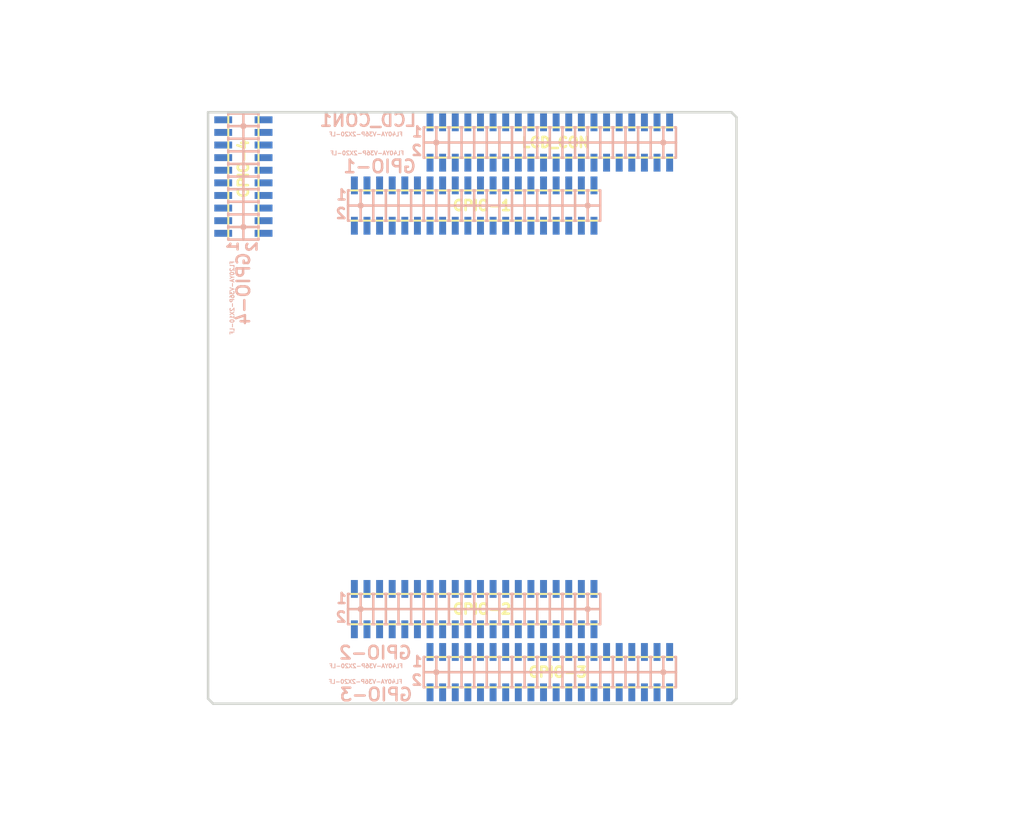
<source format=kicad_pcb>
(kicad_pcb (version 20171130) (host pcbnew 5.1.0-rc2-unknown-036be7d~80~ubuntu16.04.1)

  (general
    (thickness 1.6)
    (drawings 106)
    (tracks 0)
    (zones 0)
    (modules 5)
    (nets 168)
  )

  (page A3)
  (layers
    (0 F.Cu signal)
    (31 B.Cu signal)
    (32 B.Adhes user)
    (33 F.Adhes user)
    (34 B.Paste user)
    (35 F.Paste user)
    (36 B.SilkS user)
    (37 F.SilkS user)
    (38 B.Mask user)
    (39 F.Mask user)
    (40 Dwgs.User user)
    (41 Cmts.User user)
    (42 Eco1.User user)
    (43 Eco2.User user)
    (44 Edge.Cuts user)
  )

  (setup
    (last_trace_width 0.254)
    (user_trace_width 0.254)
    (user_trace_width 0.508)
    (trace_clearance 0.254)
    (zone_clearance 0.508)
    (zone_45_only no)
    (trace_min 0.254)
    (via_size 0.889)
    (via_drill 0.635)
    (via_min_size 0.889)
    (via_min_drill 0.508)
    (uvia_size 0.508)
    (uvia_drill 0.127)
    (uvias_allowed no)
    (uvia_min_size 0.508)
    (uvia_min_drill 0.127)
    (edge_width 0.254)
    (segment_width 0.254)
    (pcb_text_width 0.3)
    (pcb_text_size 1.5 1.5)
    (mod_edge_width 0.15)
    (mod_text_size 1.5 1.5)
    (mod_text_width 0.15)
    (pad_size 1.79832 0.6985)
    (pad_drill 0)
    (pad_to_mask_clearance 0.2)
    (aux_axis_origin 145.19 201.93)
    (visible_elements 7FFFFFFF)
    (pcbplotparams
      (layerselection 0x00030_ffffffff)
      (usegerberextensions true)
      (usegerberattributes false)
      (usegerberadvancedattributes false)
      (creategerberjobfile false)
      (excludeedgelayer true)
      (linewidth 0.150000)
      (plotframeref false)
      (viasonmask false)
      (mode 1)
      (useauxorigin false)
      (hpglpennumber 1)
      (hpglpenspeed 20)
      (hpglpendiameter 15.000000)
      (psnegative false)
      (psa4output false)
      (plotreference true)
      (plotvalue true)
      (plotinvisibletext false)
      (padsonsilk false)
      (subtractmaskfromsilk false)
      (outputformat 1)
      (mirror false)
      (drillshape 1)
      (scaleselection 1)
      (outputdirectory ""))
  )

  (net 0 "")
  (net 1 +5V)
  (net 2 GND)
  (net 3 +3V3)
  (net 4 GNDPWR)
  (net 5 /TS1_CLK/CSI1_PCLK/SDC1_CMD/PG0)
  (net 6 /LRADC0)
  (net 7 /TS1_ERR/CSI1_MLCK/SDC1_CLK/PG1)
  (net 8 /LRADC1)
  (net 9 /TS1_SYNC/CSI1_HSYNC/SDC1_D0/PG2)
  (net 10 /MICIN1)
  (net 11 /TS1_DVLD/CSI1_VSYNC/SDC1_D1/PG3)
  (net 12 /VMIC)
  (net 13 /TS1_D0/CSI1_D0/SDC1_D2/CSI0_D8/PG4)
  (net 14 /HPOUTL)
  (net 15 /TS1_D1/CSI1_D1/SDC1_D3/CSI0_D9/PG5)
  (net 16 /HPCOM/HPCOMFB)
  (net 17 /TS1_D2/CSI1_D2/UART3_TX/CSI0_D10/PG6)
  (net 18 /HPOUTR)
  (net 19 /TS1_D3/CSI1_D3/UART3_RX/CSI0_D11/PG7)
  (net 20 /TVOUT0/VGA-G)
  (net 21 /TS1_D4/CSI1_D4/UART3_RTS/CSI0_D12/PG8)
  (net 22 /TVOUT1/VGA-B)
  (net 23 /TS1_D5/CSI1_D5/UART3_CTS/CSI0_D13/PG9)
  (net 24 /TVOUT2/VGA-R)
  (net 25 /TS1_D6/CSI1_D6/UART4_TX/CSI0_D14/PG10)
  (net 26 /UART0_RX/IR1_RX/PB23)
  (net 27 /TS1_D7/CSI1_D7/UART4_RX/CSI0_D15/PG11)
  (net 28 /UART0_TX/IR1_TX/PB22)
  (net 29 /NCE1/PC3/SATA-PWR-EN)
  (net 30 /TWI2_SDA/PB21)
  (net 31 /NCE3/PC18)
  (net 32 /TWI2_SCK/PB20)
  (net 33 /NCE4/SPI2_CS0/PC19)
  (net 34 /TWI1_SDA/PB19)
  (net 35 /NCE5/SPI2_CLK/PC20)
  (net 36 /TWI1_SCK/PB18)
  (net 37 /NCE6/SPI2_MOSI/PC21)
  (net 38 /NDQS/PC24)
  (net 39 /NCE7/SPI2_MISO/PC22)
  (net 40 /SPI0_CS0/PC23)
  (net 41 /LDO3_2.8V/VCC_CSI0)
  (net 42 /TWI0_SCK/PB0)
  (net 43 /TS0_CLK/CSI0_PCLK/PE0)
  (net 44 /TWI0_SDA/PB1)
  (net 45 /TS0_ERR/CSI0_MCLK/PE1)
  (net 46 /GPS_CLK/PI0)
  (net 47 /TS0_SYNC/CSI0_HSYNC/PE2)
  (net 48 /GPS_SIGN/PI1)
  (net 49 /TS0_DVLD/CSI0_VSYNC/PE3)
  (net 50 /GPS_MAG/PI2)
  (net 51 /TS0_D0/CSI0_D0/PE4)
  (net 52 /PWM1/PI3)
  (net 53 /TS0_D1/CSI0_D1/PE5)
  (net 54 /SDC3_CMD/PI4)
  (net 55 /TS0_D2/CSI0_D2/PE6)
  (net 56 /SDC3_CLK/PI5)
  (net 57 /TS0_D3/CSI0_D3/PE7)
  (net 58 /SDC3_D0/PI6)
  (net 59 /TS0_D4/CSI0_D4/PE8)
  (net 60 /SDC3_D1/PI7)
  (net 61 /TS0_D5/CSI0_D5/PE9)
  (net 62 /SDC3_D2/PI8)
  (net 63 /TS0_D6/CSI0_D6/PE10)
  (net 64 /SDC3_D3/PI9)
  (net 65 /TS0_D7/CSI0_D7/PE11)
  (net 66 /SPI0_CS0/UART5_TX/EINT22/PI10)
  (net 67 /HSDA/UART7_RX/PS2_SDA0/PI21)
  (net 68 /SPI0_CLK/UART5_RX/EINT23/PI11)
  (net 69 /HSCL/UART7_TX/PS2_SCK0/PI20)
  (net 70 /SPI0_MOSI/UART6_TX/EINT24/PI12)
  (net 71 /EINT31/SPI1_MISO/UART2_RX/PI19)
  (net 72 /SPI0_MISO/UART6_RX/EINT25/PI13)
  (net 73 /EINT30/SPI1_MOSI/UART2_TX/PI18)
  (net 74 /PS2_SCK1/TCLKIN0/EINT26/SPI0_CS1/PI14)
  (net 75 /EINT29/SPI1_CLK/UART2_CTS/PI17)
  (net 76 /PS2_SDA1/TCLKIN1/EINT27/SPI1_CS1/PI15)
  (net 77 /EINT28/SPI1_CS0/UART2_RTS/PI16)
  (net 78 /RESET_N)
  (net 79 /IR0_TX/SPDIF_MCLK/STANBYWFI/PB3)
  (net 80 /LCD1_D0/ATAA0/UART3_TX/EINT0/CSI1_D0/PH0)
  (net 81 /IR0_RX/PB4)
  (net 82 /LCD1_D7/ATAD3/UART5_RX/MS_CLK/EINT7/CSI1_D7/PH7/I2S_DO1/PB9/USB0-DRV)
  (net 83 /I2S_MCLK/AC97_MCLK/PB5)
  (net 84 /LCD1_D9/ATAD5/KP_IN1/MS_D1/EINT9/CSI1_D9/PH9)
  (net 85 /I2S_BCLK/AC97_BCLK/PB6)
  (net 86 /LCD1_D10/ATAD6/KP_IN2/MS_D2/EINT10/CSI1_D10/PH10)
  (net 87 /I2S_LRCK/AC97_SYNC/PB7)
  (net 88 /LCD1_D11/ATAD7/KP_IN3/MS_D3/EINT11/CSI1_D11/PH11)
  (net 89 /I2S_DO0/AC97_DO/PB8/SATA-PWR-EN)
  (net 90 /LCD1_D12/ATAD8/PS2_SCK1/EINT12/CSI1_D12/PH12)
  (net 91 /I2S_DO2/PB10)
  (net 92 /LCD1_D13/ATAD9/PS2_SDA1/SMC_RST/EINT13/CSI1_D13/PH13)
  (net 93 /I2S_DO3/PB11)
  (net 94 /LCD1_D14/ATAD10/KP_IN4/SMC_VPPEN/EINT14/CSI1_D14/PH14)
  (net 95 /I2S_DI/AC97_DI/SPDIF_DI/PB12)
  (net 96 /LCD1_D15/ATAD11/KP_IN5/SMC_VPPPP/EINT15/CSI1_D15/PH15)
  (net 97 /SPI2_CS1/SPDIF_DO/PB13)
  (net 98 /LCD1_D16/ATAD12/KP_IN6/SMC_DET/EINT16/CSI1_D16/PH16)
  (net 99 /JTAG_MS0/SPI2_CS0/PB14)
  (net 100 /LCD1_D17/ATAD13/KP_IN7/SMC_VCCEN/EINT17/CSI1_D17/PH17)
  (net 101 /JTAG_CK0/SPI2_CLK/PB15)
  (net 102 /LCD1_D18/ATAD14/KP_OUT0/SMC_SLK/EINT18/CSI1_D18/PH18)
  (net 103 /JTAG_DO0/SPI2_MOSI/PB16)
  (net 104 /LCD1_D19/ATAD15/KP_OUT1/SMC_SDA/EINT19/CSI1_D19/PH19)
  (net 105 /JTAG_DI0/SPI2_MISO/PB17)
  (net 106 /LCD1_D20/ATAOE/CAN_TX/EINT20/CSI1_D20/PH20)
  (net 107 /LCD1_CLK/ATACS1/KP_OUT4/SDC1_D0/CSI1_PCLK/PH24)
  (net 108 /LCD1_D21/ATADREQ/CAN_RX/EINT21/CSI1_D21/PH21)
  (net 109 /LCD1_DE/ATAIORDY/KP_OUT5/SDC1_D1/CSI1_FIELD/PH25)
  (net 110 /LCD1_D22/ATADACK/KP_OUT2/SDC1_CMD/CSI1_D22/PH22)
  (net 111 /LCD1_HSYNC/ATAIOR/KP_OUT6/SDC1_D2/CSI1_HSYNC/PH26)
  (net 112 /LCD1_D23/ATACS0/KP_OUT3/SDC1_CLK/CSI1_D23/PH23)
  (net 113 /LCD1_VSYNC/ATAIOW/KP_OUT7/SDC1_D3/CSI1_VSYNC/PH27)
  (net 114 /TVOUT3)
  (net 115 /NMI_N)
  (net 116 /TVIN0)
  (net 117 /MIC1OUTP)
  (net 118 /TVIN1)
  (net 119 /MIC1OUTN)
  (net 120 /TVIN2)
  (net 121 /MICIN2)
  (net 122 /TVIN3)
  (net 123 /GPIO2)
  (net 124 /LINEINR)
  (net 125 /GPIO3)
  (net 126 /LINEINL)
  (net 127 /NRB1/SDC2_CLK/PC7)
  (net 128 /FMINR)
  (net 129 /NWP/PC16)
  (net 130 /FMINL)
  (net 131 /NCE2/PC17)
  (net 132 /LCD0_D16/LVDS1_VPC/PD16)
  (net 133 /LCD0_D17/LVDS1_VNC/PD17)
  (net 134 /LCD0_D18/LVDS1_VP3/PD18)
  (net 135 /LCD0_D19/LVDS1_VN3/PD19)
  (net 136 /LCD0_D20/CSI1_MCLK/PD20)
  (net 137 /LCD0_D21/SMC_VPPEN/PD21)
  (net 138 /LCD0_D22/SMC_VPPPP/PD22)
  (net 139 /LCD0_D23/SMC_DET/PD23)
  (net 140 /LCD0_D8/LVDS0_VP3/PD8)
  (net 141 /LCD0_D9/LVDS0_VN3/PD9)
  (net 142 /LCD0_D10/LVDS1_VP0/PD10)
  (net 143 /LCD0_D11/LVDS1_VN0/PD11)
  (net 144 /LCD0_D12/LVDS1_VP1/PD12)
  (net 145 /LCD0_D13/LVDS1_VN1/PD13)
  (net 146 /LCD0_D14/LVDS1_VP2/PD14)
  (net 147 /LCD0_D15/LVDS1_VN2/PD15)
  (net 148 /LCD0_D0/LVDS0_VP0/PD0)
  (net 149 /LCD0_D1/LVDS0_VN0/PD1)
  (net 150 /LCD0_D2/LVDS0_VP1/PD2)
  (net 151 /LCD0_D3/LVDS0_VN1/PD3)
  (net 152 /LCD0_D4/LVDS0_VP2/PD4)
  (net 153 /LCD0_D5/LVDS0_VN2/PD5)
  (net 154 /LCD0_D6/LVDS0_VPC/PD6)
  (net 155 /LCD0_D7/LVDS0_VNC/PD7)
  (net 156 /LCD0_HSYNC/SMC_SLK/PD26)
  (net 157 /LCD0_VSYNC/SMC_SDA/PD27)
  (net 158 /LCD0_CLK/SMC_VCCEN/PD24)
  (net 159 /LCD0_DE/SMC_RST/PD25)
  (net 160 /NC/IR0_TX/SPDIF_MCLK/STANBYWFI/PB3)
  (net 161 /NC/IR0_RX/PB4)
  (net 162 /LCD1_D8/ATAD4/KP_IN0/MS_D0/EINT8/CSI1_D8/PH8)
  (net 163 /PB2/PWM0)
  (net 164 /XP_TP)
  (net 165 /XN_TP)
  (net 166 /YP_TP)
  (net 167 /YN_TP)

  (net_class Default "This is the default net class."
    (clearance 0.254)
    (trace_width 0.254)
    (via_dia 0.889)
    (via_drill 0.635)
    (uvia_dia 0.508)
    (uvia_drill 0.127)
    (add_net +3V3)
    (add_net +5V)
    (add_net /EINT28/SPI1_CS0/UART2_RTS/PI16)
    (add_net /EINT29/SPI1_CLK/UART2_CTS/PI17)
    (add_net /EINT30/SPI1_MOSI/UART2_TX/PI18)
    (add_net /EINT31/SPI1_MISO/UART2_RX/PI19)
    (add_net /FMINL)
    (add_net /FMINR)
    (add_net /GPIO2)
    (add_net /GPIO3)
    (add_net /GPS_CLK/PI0)
    (add_net /GPS_MAG/PI2)
    (add_net /GPS_SIGN/PI1)
    (add_net /HPCOM/HPCOMFB)
    (add_net /HPOUTL)
    (add_net /HPOUTR)
    (add_net /HSCL/UART7_TX/PS2_SCK0/PI20)
    (add_net /HSDA/UART7_RX/PS2_SDA0/PI21)
    (add_net /I2S_BCLK/AC97_BCLK/PB6)
    (add_net /I2S_DI/AC97_DI/SPDIF_DI/PB12)
    (add_net /I2S_DO0/AC97_DO/PB8/SATA-PWR-EN)
    (add_net /I2S_DO2/PB10)
    (add_net /I2S_DO3/PB11)
    (add_net /I2S_LRCK/AC97_SYNC/PB7)
    (add_net /I2S_MCLK/AC97_MCLK/PB5)
    (add_net /IR0_RX/PB4)
    (add_net /IR0_TX/SPDIF_MCLK/STANBYWFI/PB3)
    (add_net /JTAG_CK0/SPI2_CLK/PB15)
    (add_net /JTAG_DI0/SPI2_MISO/PB17)
    (add_net /JTAG_DO0/SPI2_MOSI/PB16)
    (add_net /JTAG_MS0/SPI2_CS0/PB14)
    (add_net /LCD0_CLK/SMC_VCCEN/PD24)
    (add_net /LCD0_D0/LVDS0_VP0/PD0)
    (add_net /LCD0_D1/LVDS0_VN0/PD1)
    (add_net /LCD0_D10/LVDS1_VP0/PD10)
    (add_net /LCD0_D11/LVDS1_VN0/PD11)
    (add_net /LCD0_D12/LVDS1_VP1/PD12)
    (add_net /LCD0_D13/LVDS1_VN1/PD13)
    (add_net /LCD0_D14/LVDS1_VP2/PD14)
    (add_net /LCD0_D15/LVDS1_VN2/PD15)
    (add_net /LCD0_D16/LVDS1_VPC/PD16)
    (add_net /LCD0_D17/LVDS1_VNC/PD17)
    (add_net /LCD0_D18/LVDS1_VP3/PD18)
    (add_net /LCD0_D19/LVDS1_VN3/PD19)
    (add_net /LCD0_D2/LVDS0_VP1/PD2)
    (add_net /LCD0_D20/CSI1_MCLK/PD20)
    (add_net /LCD0_D21/SMC_VPPEN/PD21)
    (add_net /LCD0_D22/SMC_VPPPP/PD22)
    (add_net /LCD0_D23/SMC_DET/PD23)
    (add_net /LCD0_D3/LVDS0_VN1/PD3)
    (add_net /LCD0_D4/LVDS0_VP2/PD4)
    (add_net /LCD0_D5/LVDS0_VN2/PD5)
    (add_net /LCD0_D6/LVDS0_VPC/PD6)
    (add_net /LCD0_D7/LVDS0_VNC/PD7)
    (add_net /LCD0_D8/LVDS0_VP3/PD8)
    (add_net /LCD0_D9/LVDS0_VN3/PD9)
    (add_net /LCD0_DE/SMC_RST/PD25)
    (add_net /LCD0_HSYNC/SMC_SLK/PD26)
    (add_net /LCD0_VSYNC/SMC_SDA/PD27)
    (add_net /LCD1_CLK/ATACS1/KP_OUT4/SDC1_D0/CSI1_PCLK/PH24)
    (add_net /LCD1_D0/ATAA0/UART3_TX/EINT0/CSI1_D0/PH0)
    (add_net /LCD1_D10/ATAD6/KP_IN2/MS_D2/EINT10/CSI1_D10/PH10)
    (add_net /LCD1_D11/ATAD7/KP_IN3/MS_D3/EINT11/CSI1_D11/PH11)
    (add_net /LCD1_D12/ATAD8/PS2_SCK1/EINT12/CSI1_D12/PH12)
    (add_net /LCD1_D13/ATAD9/PS2_SDA1/SMC_RST/EINT13/CSI1_D13/PH13)
    (add_net /LCD1_D14/ATAD10/KP_IN4/SMC_VPPEN/EINT14/CSI1_D14/PH14)
    (add_net /LCD1_D15/ATAD11/KP_IN5/SMC_VPPPP/EINT15/CSI1_D15/PH15)
    (add_net /LCD1_D16/ATAD12/KP_IN6/SMC_DET/EINT16/CSI1_D16/PH16)
    (add_net /LCD1_D17/ATAD13/KP_IN7/SMC_VCCEN/EINT17/CSI1_D17/PH17)
    (add_net /LCD1_D18/ATAD14/KP_OUT0/SMC_SLK/EINT18/CSI1_D18/PH18)
    (add_net /LCD1_D19/ATAD15/KP_OUT1/SMC_SDA/EINT19/CSI1_D19/PH19)
    (add_net /LCD1_D20/ATAOE/CAN_TX/EINT20/CSI1_D20/PH20)
    (add_net /LCD1_D21/ATADREQ/CAN_RX/EINT21/CSI1_D21/PH21)
    (add_net /LCD1_D22/ATADACK/KP_OUT2/SDC1_CMD/CSI1_D22/PH22)
    (add_net /LCD1_D23/ATACS0/KP_OUT3/SDC1_CLK/CSI1_D23/PH23)
    (add_net /LCD1_D7/ATAD3/UART5_RX/MS_CLK/EINT7/CSI1_D7/PH7/I2S_DO1/PB9/USB0-DRV)
    (add_net /LCD1_D8/ATAD4/KP_IN0/MS_D0/EINT8/CSI1_D8/PH8)
    (add_net /LCD1_D9/ATAD5/KP_IN1/MS_D1/EINT9/CSI1_D9/PH9)
    (add_net /LCD1_DE/ATAIORDY/KP_OUT5/SDC1_D1/CSI1_FIELD/PH25)
    (add_net /LCD1_HSYNC/ATAIOR/KP_OUT6/SDC1_D2/CSI1_HSYNC/PH26)
    (add_net /LCD1_VSYNC/ATAIOW/KP_OUT7/SDC1_D3/CSI1_VSYNC/PH27)
    (add_net /LDO3_2.8V/VCC_CSI0)
    (add_net /LINEINL)
    (add_net /LINEINR)
    (add_net /LRADC0)
    (add_net /LRADC1)
    (add_net /MIC1OUTN)
    (add_net /MIC1OUTP)
    (add_net /MICIN1)
    (add_net /MICIN2)
    (add_net /NC/IR0_RX/PB4)
    (add_net /NC/IR0_TX/SPDIF_MCLK/STANBYWFI/PB3)
    (add_net /NCE1/PC3/SATA-PWR-EN)
    (add_net /NCE2/PC17)
    (add_net /NCE3/PC18)
    (add_net /NCE4/SPI2_CS0/PC19)
    (add_net /NCE5/SPI2_CLK/PC20)
    (add_net /NCE6/SPI2_MOSI/PC21)
    (add_net /NCE7/SPI2_MISO/PC22)
    (add_net /NDQS/PC24)
    (add_net /NMI_N)
    (add_net /NRB1/SDC2_CLK/PC7)
    (add_net /NWP/PC16)
    (add_net /PB2/PWM0)
    (add_net /PS2_SCK1/TCLKIN0/EINT26/SPI0_CS1/PI14)
    (add_net /PS2_SDA1/TCLKIN1/EINT27/SPI1_CS1/PI15)
    (add_net /PWM1/PI3)
    (add_net /RESET_N)
    (add_net /SDC3_CLK/PI5)
    (add_net /SDC3_CMD/PI4)
    (add_net /SDC3_D0/PI6)
    (add_net /SDC3_D1/PI7)
    (add_net /SDC3_D2/PI8)
    (add_net /SDC3_D3/PI9)
    (add_net /SPI0_CLK/UART5_RX/EINT23/PI11)
    (add_net /SPI0_CS0/PC23)
    (add_net /SPI0_CS0/UART5_TX/EINT22/PI10)
    (add_net /SPI0_MISO/UART6_RX/EINT25/PI13)
    (add_net /SPI0_MOSI/UART6_TX/EINT24/PI12)
    (add_net /SPI2_CS1/SPDIF_DO/PB13)
    (add_net /TS0_CLK/CSI0_PCLK/PE0)
    (add_net /TS0_D0/CSI0_D0/PE4)
    (add_net /TS0_D1/CSI0_D1/PE5)
    (add_net /TS0_D2/CSI0_D2/PE6)
    (add_net /TS0_D3/CSI0_D3/PE7)
    (add_net /TS0_D4/CSI0_D4/PE8)
    (add_net /TS0_D5/CSI0_D5/PE9)
    (add_net /TS0_D6/CSI0_D6/PE10)
    (add_net /TS0_D7/CSI0_D7/PE11)
    (add_net /TS0_DVLD/CSI0_VSYNC/PE3)
    (add_net /TS0_ERR/CSI0_MCLK/PE1)
    (add_net /TS0_SYNC/CSI0_HSYNC/PE2)
    (add_net /TS1_CLK/CSI1_PCLK/SDC1_CMD/PG0)
    (add_net /TS1_D0/CSI1_D0/SDC1_D2/CSI0_D8/PG4)
    (add_net /TS1_D1/CSI1_D1/SDC1_D3/CSI0_D9/PG5)
    (add_net /TS1_D2/CSI1_D2/UART3_TX/CSI0_D10/PG6)
    (add_net /TS1_D3/CSI1_D3/UART3_RX/CSI0_D11/PG7)
    (add_net /TS1_D4/CSI1_D4/UART3_RTS/CSI0_D12/PG8)
    (add_net /TS1_D5/CSI1_D5/UART3_CTS/CSI0_D13/PG9)
    (add_net /TS1_D6/CSI1_D6/UART4_TX/CSI0_D14/PG10)
    (add_net /TS1_D7/CSI1_D7/UART4_RX/CSI0_D15/PG11)
    (add_net /TS1_DVLD/CSI1_VSYNC/SDC1_D1/PG3)
    (add_net /TS1_ERR/CSI1_MLCK/SDC1_CLK/PG1)
    (add_net /TS1_SYNC/CSI1_HSYNC/SDC1_D0/PG2)
    (add_net /TVIN0)
    (add_net /TVIN1)
    (add_net /TVIN2)
    (add_net /TVIN3)
    (add_net /TVOUT0/VGA-G)
    (add_net /TVOUT1/VGA-B)
    (add_net /TVOUT2/VGA-R)
    (add_net /TVOUT3)
    (add_net /TWI0_SCK/PB0)
    (add_net /TWI0_SDA/PB1)
    (add_net /TWI1_SCK/PB18)
    (add_net /TWI1_SDA/PB19)
    (add_net /TWI2_SCK/PB20)
    (add_net /TWI2_SDA/PB21)
    (add_net /UART0_RX/IR1_RX/PB23)
    (add_net /UART0_TX/IR1_TX/PB22)
    (add_net /VMIC)
    (add_net /XN_TP)
    (add_net /XP_TP)
    (add_net /YN_TP)
    (add_net /YP_TP)
    (add_net GND)
    (add_net GNDPWR)
  )

  (module A10_OLIMEXINO_LIME_SHIELD_1-YA-V36P-2X20-LF (layer B.Cu) (tedit 52FA2CF8) (tstamp 52FEE4EF)
    (at 190.9105 198.7565)
    (descr FEMALE)
    (tags FEMALE)
    (path /52FC87FB)
    (attr smd)
    (fp_text reference GPIO-3 (at -17.5006 2.2606) (layer B.SilkS)
      (effects (font (size 1.27 1.27) (thickness 0.254)) (justify mirror))
    )
    (fp_text value FL40YA-V36P-2X20-LF (at -18.5674 0.9525) (layer B.SilkS)
      (effects (font (size 0.4064 0.4064) (thickness 0.0889)) (justify mirror))
    )
    (fp_line (start -12.573 1.524) (end -12.7 1.524) (layer B.SilkS) (width 0.254))
    (fp_line (start -12.7 1.524) (end -12.7 0) (layer B.SilkS) (width 0.254))
    (fp_line (start -12.7 0) (end -12.7 -1.524) (layer B.SilkS) (width 0.254))
    (fp_line (start -12.7 -1.524) (end -12.573 -1.524) (layer B.SilkS) (width 0.254))
    (fp_line (start 12.573 1.524) (end 12.7 1.524) (layer B.SilkS) (width 0.254))
    (fp_line (start 12.7 1.524) (end 12.7 0) (layer B.SilkS) (width 0.254))
    (fp_line (start 12.7 0) (end 12.7 -1.524) (layer B.SilkS) (width 0.254))
    (fp_line (start 12.7 -1.524) (end 12.573 -1.524) (layer B.SilkS) (width 0.254))
    (fp_line (start -12.7 0) (end -11.43 0) (layer B.SilkS) (width 0.254))
    (fp_line (start -11.43 0) (end -10.16 0) (layer B.SilkS) (width 0.254))
    (fp_line (start -10.16 0) (end -8.89 0) (layer B.SilkS) (width 0.254))
    (fp_line (start -8.89 0) (end -7.62 0) (layer B.SilkS) (width 0.254))
    (fp_line (start -7.62 0) (end -6.35 0) (layer B.SilkS) (width 0.254))
    (fp_line (start -6.35 0) (end -5.08 0) (layer B.SilkS) (width 0.254))
    (fp_line (start -5.08 0) (end -3.81 0) (layer B.SilkS) (width 0.254))
    (fp_line (start -3.81 0) (end -2.54 0) (layer B.SilkS) (width 0.254))
    (fp_line (start -2.54 0) (end -1.27 0) (layer B.SilkS) (width 0.254))
    (fp_line (start -1.27 0) (end 0 0) (layer B.SilkS) (width 0.254))
    (fp_line (start 0 0) (end 1.27 0) (layer B.SilkS) (width 0.254))
    (fp_line (start 1.27 0) (end 2.54 0) (layer B.SilkS) (width 0.254))
    (fp_line (start 2.54 0) (end 3.81 0) (layer B.SilkS) (width 0.254))
    (fp_line (start 3.81 0) (end 5.08 0) (layer B.SilkS) (width 0.254))
    (fp_line (start 5.08 0) (end 6.35 0) (layer B.SilkS) (width 0.254))
    (fp_line (start 6.35 0) (end 7.62 0) (layer B.SilkS) (width 0.254))
    (fp_line (start 7.62 0) (end 8.89 0) (layer B.SilkS) (width 0.254))
    (fp_line (start 8.89 0) (end 10.16 0) (layer B.SilkS) (width 0.254))
    (fp_line (start 10.16 0) (end 11.43 0) (layer B.SilkS) (width 0.254))
    (fp_line (start 11.43 0) (end 12.7 0) (layer B.SilkS) (width 0.254))
    (fp_line (start -11.557 -1.524) (end -11.43 -1.524) (layer B.SilkS) (width 0.254))
    (fp_line (start -11.43 -1.524) (end -11.303 -1.524) (layer B.SilkS) (width 0.254))
    (fp_line (start -10.287 -1.524) (end -10.16 -1.524) (layer B.SilkS) (width 0.254))
    (fp_line (start -10.16 -1.524) (end -10.033 -1.524) (layer B.SilkS) (width 0.254))
    (fp_line (start -9.017 -1.524) (end -8.89 -1.524) (layer B.SilkS) (width 0.254))
    (fp_line (start -8.89 -1.524) (end -8.763 -1.524) (layer B.SilkS) (width 0.254))
    (fp_line (start -7.747 -1.524) (end -7.62 -1.524) (layer B.SilkS) (width 0.254))
    (fp_line (start -7.62 -1.524) (end -7.493 -1.524) (layer B.SilkS) (width 0.254))
    (fp_line (start -6.477 -1.524) (end -6.35 -1.524) (layer B.SilkS) (width 0.254))
    (fp_line (start -6.35 -1.524) (end -6.223 -1.524) (layer B.SilkS) (width 0.254))
    (fp_line (start -5.207 -1.524) (end -5.08 -1.524) (layer B.SilkS) (width 0.254))
    (fp_line (start -5.08 -1.524) (end -4.953 -1.524) (layer B.SilkS) (width 0.254))
    (fp_line (start -3.937 -1.524) (end -3.81 -1.524) (layer B.SilkS) (width 0.254))
    (fp_line (start -3.81 -1.524) (end -3.683 -1.524) (layer B.SilkS) (width 0.254))
    (fp_line (start -2.667 -1.524) (end -2.54 -1.524) (layer B.SilkS) (width 0.254))
    (fp_line (start -2.54 -1.524) (end -2.413 -1.524) (layer B.SilkS) (width 0.254))
    (fp_line (start -1.397 -1.524) (end -1.27 -1.524) (layer B.SilkS) (width 0.254))
    (fp_line (start -1.27 -1.524) (end -1.143 -1.524) (layer B.SilkS) (width 0.254))
    (fp_line (start -0.127 -1.524) (end 0 -1.524) (layer B.SilkS) (width 0.254))
    (fp_line (start 0 -1.524) (end 0.127 -1.524) (layer B.SilkS) (width 0.254))
    (fp_line (start 1.143 -1.524) (end 1.27 -1.524) (layer B.SilkS) (width 0.254))
    (fp_line (start 1.27 -1.524) (end 1.397 -1.524) (layer B.SilkS) (width 0.254))
    (fp_line (start 2.413 -1.524) (end 2.54 -1.524) (layer B.SilkS) (width 0.254))
    (fp_line (start 2.54 -1.524) (end 2.667 -1.524) (layer B.SilkS) (width 0.254))
    (fp_line (start 3.683 -1.524) (end 3.81 -1.524) (layer B.SilkS) (width 0.254))
    (fp_line (start 3.81 -1.524) (end 3.937 -1.524) (layer B.SilkS) (width 0.254))
    (fp_line (start 4.953 -1.524) (end 5.08 -1.524) (layer B.SilkS) (width 0.254))
    (fp_line (start 5.08 -1.524) (end 5.207 -1.524) (layer B.SilkS) (width 0.254))
    (fp_line (start 6.223 -1.524) (end 6.35 -1.524) (layer B.SilkS) (width 0.254))
    (fp_line (start 6.35 -1.524) (end 6.477 -1.524) (layer B.SilkS) (width 0.254))
    (fp_line (start 7.493 -1.524) (end 7.62 -1.524) (layer B.SilkS) (width 0.254))
    (fp_line (start 7.62 -1.524) (end 7.747 -1.524) (layer B.SilkS) (width 0.254))
    (fp_line (start 8.763 -1.524) (end 8.89 -1.524) (layer B.SilkS) (width 0.254))
    (fp_line (start 8.89 -1.524) (end 9.017 -1.524) (layer B.SilkS) (width 0.254))
    (fp_line (start 10.033 -1.524) (end 10.16 -1.524) (layer B.SilkS) (width 0.254))
    (fp_line (start 10.16 -1.524) (end 10.287 -1.524) (layer B.SilkS) (width 0.254))
    (fp_line (start 11.303 -1.524) (end 11.43 -1.524) (layer B.SilkS) (width 0.254))
    (fp_line (start 11.43 -1.524) (end 11.557 -1.524) (layer B.SilkS) (width 0.254))
    (fp_line (start 11.303 1.524) (end 11.557 1.524) (layer B.SilkS) (width 0.254))
    (fp_line (start 10.033 1.524) (end 10.16 1.524) (layer B.SilkS) (width 0.254))
    (fp_line (start 10.16 1.524) (end 10.287 1.524) (layer B.SilkS) (width 0.254))
    (fp_line (start 8.763 1.524) (end 8.89 1.524) (layer B.SilkS) (width 0.254))
    (fp_line (start 8.89 1.524) (end 9.017 1.524) (layer B.SilkS) (width 0.254))
    (fp_line (start 7.493 1.524) (end 7.62 1.524) (layer B.SilkS) (width 0.254))
    (fp_line (start 7.62 1.524) (end 7.747 1.524) (layer B.SilkS) (width 0.254))
    (fp_line (start 6.223 1.524) (end 6.35 1.524) (layer B.SilkS) (width 0.254))
    (fp_line (start 6.35 1.524) (end 6.477 1.524) (layer B.SilkS) (width 0.254))
    (fp_line (start 4.953 1.524) (end 5.08 1.524) (layer B.SilkS) (width 0.254))
    (fp_line (start 5.08 1.524) (end 5.207 1.524) (layer B.SilkS) (width 0.254))
    (fp_line (start 3.683 1.524) (end 3.81 1.524) (layer B.SilkS) (width 0.254))
    (fp_line (start 3.81 1.524) (end 3.937 1.524) (layer B.SilkS) (width 0.254))
    (fp_line (start 2.413 1.524) (end 2.54 1.524) (layer B.SilkS) (width 0.254))
    (fp_line (start 2.54 1.524) (end 2.667 1.524) (layer B.SilkS) (width 0.254))
    (fp_line (start 1.143 1.524) (end 1.27 1.524) (layer B.SilkS) (width 0.254))
    (fp_line (start 1.27 1.524) (end 1.397 1.524) (layer B.SilkS) (width 0.254))
    (fp_line (start -0.127 1.524) (end 0 1.524) (layer B.SilkS) (width 0.254))
    (fp_line (start 0 1.524) (end 0.127 1.524) (layer B.SilkS) (width 0.254))
    (fp_line (start -1.397 1.524) (end -1.27 1.524) (layer B.SilkS) (width 0.254))
    (fp_line (start -1.27 1.524) (end -1.143 1.524) (layer B.SilkS) (width 0.254))
    (fp_line (start -2.667 1.524) (end -2.54 1.524) (layer B.SilkS) (width 0.254))
    (fp_line (start -2.54 1.524) (end -2.413 1.524) (layer B.SilkS) (width 0.254))
    (fp_line (start -3.937 1.524) (end -3.81 1.524) (layer B.SilkS) (width 0.254))
    (fp_line (start -3.81 1.524) (end -3.683 1.524) (layer B.SilkS) (width 0.254))
    (fp_line (start -5.207 1.524) (end -5.08 1.524) (layer B.SilkS) (width 0.254))
    (fp_line (start -5.08 1.524) (end -4.953 1.524) (layer B.SilkS) (width 0.254))
    (fp_line (start -6.477 1.524) (end -6.35 1.524) (layer B.SilkS) (width 0.254))
    (fp_line (start -6.35 1.524) (end -6.223 1.524) (layer B.SilkS) (width 0.254))
    (fp_line (start -7.747 1.524) (end -7.62 1.524) (layer B.SilkS) (width 0.254))
    (fp_line (start -7.62 1.524) (end -7.493 1.524) (layer B.SilkS) (width 0.254))
    (fp_line (start -9.017 1.524) (end -8.89 1.524) (layer B.SilkS) (width 0.254))
    (fp_line (start -8.89 1.524) (end -8.763 1.524) (layer B.SilkS) (width 0.254))
    (fp_line (start -10.287 1.524) (end -10.16 1.524) (layer B.SilkS) (width 0.254))
    (fp_line (start -10.16 1.524) (end -10.033 1.524) (layer B.SilkS) (width 0.254))
    (fp_line (start -10.033 1.524) (end -9.017 1.524) (layer Eco1.User) (width 0.254))
    (fp_line (start -11.557 1.524) (end -11.43 1.524) (layer B.SilkS) (width 0.254))
    (fp_line (start -11.43 1.524) (end -11.303 1.524) (layer B.SilkS) (width 0.254))
    (fp_line (start -11.303 1.524) (end -10.287 1.524) (layer Eco1.User) (width 0.254))
    (fp_line (start -12.573 1.524) (end -11.557 1.524) (layer Eco1.User) (width 0.254))
    (fp_line (start -11.303 -1.524) (end -10.287 -1.524) (layer Eco1.User) (width 0.254))
    (fp_line (start -12.573 -1.524) (end -11.557 -1.524) (layer Eco1.User) (width 0.254))
    (fp_line (start -10.033 -1.524) (end -9.017 -1.524) (layer Eco1.User) (width 0.254))
    (fp_line (start -8.763 -1.524) (end -7.747 -1.524) (layer Eco1.User) (width 0.254))
    (fp_line (start -7.493 -1.524) (end -6.477 -1.524) (layer Eco1.User) (width 0.254))
    (fp_line (start -6.223 -1.524) (end -5.207 -1.524) (layer Eco1.User) (width 0.254))
    (fp_line (start -4.953 -1.524) (end -3.937 -1.524) (layer Eco1.User) (width 0.254))
    (fp_line (start -3.683 -1.524) (end -2.667 -1.524) (layer Eco1.User) (width 0.254))
    (fp_line (start -2.413 -1.524) (end -1.397 -1.524) (layer Eco1.User) (width 0.254))
    (fp_line (start -1.143 -1.524) (end -0.127 -1.524) (layer Eco1.User) (width 0.254))
    (fp_line (start 0.127 -1.524) (end 1.143 -1.524) (layer Eco1.User) (width 0.254))
    (fp_line (start 1.397 -1.524) (end 2.413 -1.524) (layer Eco1.User) (width 0.254))
    (fp_line (start 2.667 -1.524) (end 3.683 -1.524) (layer Eco1.User) (width 0.254))
    (fp_line (start 3.937 -1.524) (end 4.953 -1.524) (layer Eco1.User) (width 0.254))
    (fp_line (start 5.207 -1.524) (end 6.223 -1.524) (layer Eco1.User) (width 0.254))
    (fp_line (start 6.477 -1.524) (end 7.493 -1.524) (layer Eco1.User) (width 0.254))
    (fp_line (start 7.747 -1.524) (end 8.763 -1.524) (layer Eco1.User) (width 0.254))
    (fp_line (start 9.017 -1.524) (end 10.033 -1.524) (layer Eco1.User) (width 0.254))
    (fp_line (start 10.287 -1.524) (end 11.303 -1.524) (layer Eco1.User) (width 0.254))
    (fp_line (start 11.557 -1.524) (end 12.573 -1.524) (layer Eco1.User) (width 0.254))
    (fp_line (start -8.763 1.524) (end -7.747 1.524) (layer Eco1.User) (width 0.254))
    (fp_line (start -7.493 1.524) (end -6.477 1.524) (layer Eco1.User) (width 0.254))
    (fp_line (start -6.223 1.524) (end -5.207 1.524) (layer Eco1.User) (width 0.254))
    (fp_line (start -4.953 1.524) (end -3.937 1.524) (layer Eco1.User) (width 0.254))
    (fp_line (start -3.683 1.524) (end -2.667 1.524) (layer Eco1.User) (width 0.254))
    (fp_line (start -2.413 1.524) (end -1.397 1.524) (layer Eco1.User) (width 0.254))
    (fp_line (start -1.143 1.524) (end -0.127 1.524) (layer Eco1.User) (width 0.254))
    (fp_line (start 0.127 1.524) (end 1.143 1.524) (layer Eco1.User) (width 0.254))
    (fp_line (start 1.397 1.524) (end 2.413 1.524) (layer Eco1.User) (width 0.254))
    (fp_line (start 2.667 1.524) (end 3.683 1.524) (layer Eco1.User) (width 0.254))
    (fp_line (start 3.937 1.524) (end 4.953 1.524) (layer Eco1.User) (width 0.254))
    (fp_line (start 5.207 1.524) (end 6.223 1.524) (layer Eco1.User) (width 0.254))
    (fp_line (start 6.477 1.524) (end 7.493 1.524) (layer Eco1.User) (width 0.254))
    (fp_line (start 7.747 1.524) (end 8.763 1.524) (layer Eco1.User) (width 0.254))
    (fp_line (start 9.017 1.524) (end 10.033 1.524) (layer Eco1.User) (width 0.254))
    (fp_line (start 10.287 1.524) (end 11.303 1.524) (layer Eco1.User) (width 0.254))
    (fp_line (start 11.557 1.524) (end 12.573 1.524) (layer Eco1.User) (width 0.254))
    (fp_line (start -11.43 -1.524) (end -11.43 0) (layer B.SilkS) (width 0.254))
    (fp_line (start -10.16 -1.524) (end -10.16 0) (layer B.SilkS) (width 0.254))
    (fp_line (start -8.89 -1.524) (end -8.89 0) (layer B.SilkS) (width 0.254))
    (fp_line (start -7.62 -1.524) (end -7.62 0) (layer B.SilkS) (width 0.254))
    (fp_line (start -6.35 -1.524) (end -6.35 0) (layer B.SilkS) (width 0.254))
    (fp_line (start -5.08 -1.524) (end -5.08 0) (layer B.SilkS) (width 0.254))
    (fp_line (start -3.81 -1.524) (end -3.81 0) (layer B.SilkS) (width 0.254))
    (fp_line (start -2.54 -1.524) (end -2.54 0) (layer B.SilkS) (width 0.254))
    (fp_line (start -11.43 0) (end -11.43 1.524) (layer B.SilkS) (width 0.254))
    (fp_line (start -10.16 0) (end -10.16 1.524) (layer B.SilkS) (width 0.254))
    (fp_line (start -8.89 0) (end -8.89 1.524) (layer B.SilkS) (width 0.254))
    (fp_line (start -7.62 0) (end -7.62 1.524) (layer B.SilkS) (width 0.254))
    (fp_line (start -6.35 0) (end -6.35 1.524) (layer B.SilkS) (width 0.254))
    (fp_line (start -5.08 0) (end -5.08 1.524) (layer B.SilkS) (width 0.254))
    (fp_line (start -3.81 0) (end -3.81 1.524) (layer B.SilkS) (width 0.254))
    (fp_line (start -2.54 0) (end -2.54 1.524) (layer B.SilkS) (width 0.254))
    (fp_line (start -1.27 0) (end -1.27 1.524) (layer B.SilkS) (width 0.254))
    (fp_line (start 0 0) (end 0 1.524) (layer B.SilkS) (width 0.254))
    (fp_line (start 1.27 0) (end 1.27 1.524) (layer B.SilkS) (width 0.254))
    (fp_line (start 2.54 0) (end 2.54 1.524) (layer B.SilkS) (width 0.254))
    (fp_line (start 3.81 0) (end 3.81 1.524) (layer B.SilkS) (width 0.254))
    (fp_line (start 5.08 0) (end 5.08 1.524) (layer B.SilkS) (width 0.254))
    (fp_line (start 6.35 0) (end 6.35 1.524) (layer B.SilkS) (width 0.254))
    (fp_line (start 7.62 0) (end 7.62 1.524) (layer B.SilkS) (width 0.254))
    (fp_line (start 8.89 0) (end 8.89 1.524) (layer B.SilkS) (width 0.254))
    (fp_line (start 10.16 0) (end 10.16 1.524) (layer B.SilkS) (width 0.254))
    (fp_line (start -1.27 -1.524) (end -1.27 0) (layer B.SilkS) (width 0.254))
    (fp_line (start 0 -1.524) (end 0 0) (layer B.SilkS) (width 0.254))
    (fp_line (start 1.27 -1.524) (end 1.27 0) (layer B.SilkS) (width 0.254))
    (fp_line (start 2.54 -1.524) (end 2.54 0) (layer B.SilkS) (width 0.254))
    (fp_line (start 3.81 -1.524) (end 3.81 0) (layer B.SilkS) (width 0.254))
    (fp_line (start 5.08 -1.524) (end 5.08 0) (layer B.SilkS) (width 0.254))
    (fp_line (start 6.35 -1.524) (end 6.35 0) (layer B.SilkS) (width 0.254))
    (fp_line (start 7.62 -1.524) (end 7.62 0) (layer B.SilkS) (width 0.254))
    (fp_line (start 8.89 -1.524) (end 8.89 0) (layer B.SilkS) (width 0.254))
    (fp_line (start 10.16 -1.524) (end 10.16 0) (layer B.SilkS) (width 0.254))
    (fp_line (start 11.43 -1.524) (end 11.43 0) (layer B.SilkS) (width 0.254))
    (fp_line (start 11.43 0) (end 11.43 1.524) (layer B.SilkS) (width 0.254))
    (fp_circle (center -11.43 0) (end -11.60272 -0.17272) (layer B.SilkS) (width 0.127))
    (fp_line (start -11.77798 0) (end -11.07948 0) (layer B.SilkS) (width 0.127))
    (fp_line (start -11.43 -0.34798) (end -11.43 0.34798) (layer B.SilkS) (width 0.127))
    (fp_circle (center 11.43 0) (end 11.60272 -0.17272) (layer B.SilkS) (width 0.127))
    (fp_line (start 11.07948 0) (end 11.77798 0) (layer B.SilkS) (width 0.127))
    (fp_line (start 11.43 -0.34798) (end 11.43 0.34798) (layer B.SilkS) (width 0.127))
    (fp_text user 2 (at -13.41 0.8) (layer B.SilkS)
      (effects (font (size 1.016 1.016) (thickness 0.254)) (justify mirror))
    )
    (fp_text user 1 (at -13.35 -1.07) (layer B.SilkS)
      (effects (font (size 1.016 1.016) (thickness 0.254)) (justify mirror))
    )
    (pad 1 smd rect (at -12.065 -2.032 270) (size 1.79832 0.6985) (layers B.Cu B.Paste B.Mask)
      (net 1 +5V))
    (pad 2 smd rect (at -12.065 2.032 270) (size 1.79832 0.6985) (layers B.Cu B.Paste B.Mask)
      (net 2 GND))
    (pad 3 smd rect (at -10.795 -2.032 270) (size 1.79832 0.6985) (layers B.Cu B.Paste B.Mask)
      (net 3 +3V3))
    (pad 4 smd rect (at -10.795 2.032 270) (size 1.79832 0.6985) (layers B.Cu B.Paste B.Mask)
      (net 2 GND))
    (pad 5 smd rect (at -9.525 -2.032 270) (size 1.79832 0.6985) (layers B.Cu B.Paste B.Mask)
      (net 78 /RESET_N))
    (pad 6 smd rect (at -9.525 2.032 270) (size 1.79832 0.6985) (layers B.Cu B.Paste B.Mask)
      (net 79 /IR0_TX/SPDIF_MCLK/STANBYWFI/PB3))
    (pad 7 smd rect (at -8.255 -2.032 270) (size 1.79832 0.6985) (layers B.Cu B.Paste B.Mask)
      (net 80 /LCD1_D0/ATAA0/UART3_TX/EINT0/CSI1_D0/PH0))
    (pad 8 smd rect (at -8.255 2.032 270) (size 1.79832 0.6985) (layers B.Cu B.Paste B.Mask)
      (net 81 /IR0_RX/PB4))
    (pad 9 smd rect (at -6.985 -2.032 270) (size 1.79832 0.6985) (layers B.Cu B.Paste B.Mask)
      (net 82 /LCD1_D7/ATAD3/UART5_RX/MS_CLK/EINT7/CSI1_D7/PH7/I2S_DO1/PB9/USB0-DRV))
    (pad 10 smd rect (at -6.985 2.032 270) (size 1.79832 0.6985) (layers B.Cu B.Paste B.Mask)
      (net 83 /I2S_MCLK/AC97_MCLK/PB5))
    (pad 11 smd rect (at -5.715 -2.032 270) (size 1.79832 0.6985) (layers B.Cu B.Paste B.Mask)
      (net 84 /LCD1_D9/ATAD5/KP_IN1/MS_D1/EINT9/CSI1_D9/PH9))
    (pad 12 smd rect (at -5.715 2.032 270) (size 1.79832 0.6985) (layers B.Cu B.Paste B.Mask)
      (net 85 /I2S_BCLK/AC97_BCLK/PB6))
    (pad 13 smd rect (at -4.445 -2.032 270) (size 1.79832 0.6985) (layers B.Cu B.Paste B.Mask)
      (net 86 /LCD1_D10/ATAD6/KP_IN2/MS_D2/EINT10/CSI1_D10/PH10))
    (pad 14 smd rect (at -4.445 2.032 270) (size 1.79832 0.6985) (layers B.Cu B.Paste B.Mask)
      (net 87 /I2S_LRCK/AC97_SYNC/PB7))
    (pad 15 smd rect (at -3.175 -2.032 270) (size 1.79832 0.6985) (layers B.Cu B.Paste B.Mask)
      (net 88 /LCD1_D11/ATAD7/KP_IN3/MS_D3/EINT11/CSI1_D11/PH11))
    (pad 16 smd rect (at -3.175 2.032 270) (size 1.79832 0.6985) (layers B.Cu B.Paste B.Mask)
      (net 89 /I2S_DO0/AC97_DO/PB8/SATA-PWR-EN))
    (pad 17 smd rect (at -1.905 -2.032 270) (size 1.79832 0.6985) (layers B.Cu B.Paste B.Mask)
      (net 90 /LCD1_D12/ATAD8/PS2_SCK1/EINT12/CSI1_D12/PH12))
    (pad 18 smd rect (at -1.905 2.032 270) (size 1.79832 0.6985) (layers B.Cu B.Paste B.Mask)
      (net 91 /I2S_DO2/PB10))
    (pad 19 smd rect (at -0.635 -2.032 270) (size 1.79832 0.6985) (layers B.Cu B.Paste B.Mask)
      (net 92 /LCD1_D13/ATAD9/PS2_SDA1/SMC_RST/EINT13/CSI1_D13/PH13))
    (pad 20 smd rect (at -0.635 2.032 270) (size 1.79832 0.6985) (layers B.Cu B.Paste B.Mask)
      (net 93 /I2S_DO3/PB11))
    (pad 21 smd rect (at 0.635 -2.032 270) (size 1.79832 0.6985) (layers B.Cu B.Paste B.Mask)
      (net 94 /LCD1_D14/ATAD10/KP_IN4/SMC_VPPEN/EINT14/CSI1_D14/PH14))
    (pad 22 smd rect (at 0.635 2.032 270) (size 1.79832 0.6985) (layers B.Cu B.Paste B.Mask)
      (net 95 /I2S_DI/AC97_DI/SPDIF_DI/PB12))
    (pad 23 smd rect (at 1.905 -2.032 270) (size 1.79832 0.6985) (layers B.Cu B.Paste B.Mask)
      (net 96 /LCD1_D15/ATAD11/KP_IN5/SMC_VPPPP/EINT15/CSI1_D15/PH15))
    (pad 24 smd rect (at 1.905 2.032 270) (size 1.79832 0.6985) (layers B.Cu B.Paste B.Mask)
      (net 97 /SPI2_CS1/SPDIF_DO/PB13))
    (pad 25 smd rect (at 3.175 -2.032 270) (size 1.79832 0.6985) (layers B.Cu B.Paste B.Mask)
      (net 98 /LCD1_D16/ATAD12/KP_IN6/SMC_DET/EINT16/CSI1_D16/PH16))
    (pad 26 smd rect (at 3.175 2.032 270) (size 1.79832 0.6985) (layers B.Cu B.Paste B.Mask)
      (net 99 /JTAG_MS0/SPI2_CS0/PB14))
    (pad 27 smd rect (at 4.445 -2.032 270) (size 1.79832 0.6985) (layers B.Cu B.Paste B.Mask)
      (net 100 /LCD1_D17/ATAD13/KP_IN7/SMC_VCCEN/EINT17/CSI1_D17/PH17))
    (pad 28 smd rect (at 4.445 2.032 270) (size 1.79832 0.6985) (layers B.Cu B.Paste B.Mask)
      (net 101 /JTAG_CK0/SPI2_CLK/PB15))
    (pad 29 smd rect (at 5.715 -2.032 270) (size 1.79832 0.6985) (layers B.Cu B.Paste B.Mask)
      (net 102 /LCD1_D18/ATAD14/KP_OUT0/SMC_SLK/EINT18/CSI1_D18/PH18))
    (pad 30 smd rect (at 5.715 2.032 270) (size 1.79832 0.6985) (layers B.Cu B.Paste B.Mask)
      (net 103 /JTAG_DO0/SPI2_MOSI/PB16))
    (pad 31 smd rect (at 6.985 -2.032 270) (size 1.79832 0.6985) (layers B.Cu B.Paste B.Mask)
      (net 104 /LCD1_D19/ATAD15/KP_OUT1/SMC_SDA/EINT19/CSI1_D19/PH19))
    (pad 32 smd rect (at 6.985 2.032 270) (size 1.79832 0.6985) (layers B.Cu B.Paste B.Mask)
      (net 105 /JTAG_DI0/SPI2_MISO/PB17))
    (pad 33 smd rect (at 8.255 -2.032 270) (size 1.79832 0.6985) (layers B.Cu B.Paste B.Mask)
      (net 106 /LCD1_D20/ATAOE/CAN_TX/EINT20/CSI1_D20/PH20))
    (pad 34 smd rect (at 8.255 2.032 270) (size 1.79832 0.6985) (layers B.Cu B.Paste B.Mask)
      (net 107 /LCD1_CLK/ATACS1/KP_OUT4/SDC1_D0/CSI1_PCLK/PH24))
    (pad 35 smd rect (at 9.525 -2.032 270) (size 1.79832 0.6985) (layers B.Cu B.Paste B.Mask)
      (net 108 /LCD1_D21/ATADREQ/CAN_RX/EINT21/CSI1_D21/PH21))
    (pad 36 smd rect (at 9.525 2.032 270) (size 1.79832 0.6985) (layers B.Cu B.Paste B.Mask)
      (net 109 /LCD1_DE/ATAIORDY/KP_OUT5/SDC1_D1/CSI1_FIELD/PH25))
    (pad 37 smd rect (at 10.795 -2.032 270) (size 1.79832 0.6985) (layers B.Cu B.Paste B.Mask)
      (net 110 /LCD1_D22/ATADACK/KP_OUT2/SDC1_CMD/CSI1_D22/PH22))
    (pad 38 smd rect (at 10.795 2.032 270) (size 1.79832 0.6985) (layers B.Cu B.Paste B.Mask)
      (net 111 /LCD1_HSYNC/ATAIOR/KP_OUT6/SDC1_D2/CSI1_HSYNC/PH26))
    (pad 39 smd rect (at 12.065 -2.032 270) (size 1.79832 0.6985) (layers B.Cu B.Paste B.Mask)
      (net 112 /LCD1_D23/ATACS0/KP_OUT3/SDC1_CLK/CSI1_D23/PH23))
    (pad 40 smd rect (at 12.065 2.032 270) (size 1.79832 0.6985) (layers B.Cu B.Paste B.Mask)
      (net 113 /LCD1_VSYNC/ATAIOW/KP_OUT7/SDC1_D3/CSI1_VSYNC/PH27))
  )

  (module A10_OLIMEXINO_LIME_SHIELD_1-YA-V36P-2X20-LF (layer B.Cu) (tedit 52FA2C4B) (tstamp 52FF3EFD)
    (at 183.2905 151.7665)
    (descr FEMALE)
    (tags FEMALE)
    (path /52FC941F)
    (attr smd)
    (fp_text reference GPIO-1 (at -9.5123 -3.937) (layer B.SilkS)
      (effects (font (size 1.27 1.27) (thickness 0.254)) (justify mirror))
    )
    (fp_text value FL40YA-V36P-2X20-LF (at -10.7823 -5.2832) (layer B.SilkS)
      (effects (font (size 0.4064 0.4064) (thickness 0.0889)) (justify mirror))
    )
    (fp_line (start -12.573 1.524) (end -12.7 1.524) (layer B.SilkS) (width 0.254))
    (fp_line (start -12.7 1.524) (end -12.7 0) (layer B.SilkS) (width 0.254))
    (fp_line (start -12.7 0) (end -12.7 -1.524) (layer B.SilkS) (width 0.254))
    (fp_line (start -12.7 -1.524) (end -12.573 -1.524) (layer B.SilkS) (width 0.254))
    (fp_line (start 12.573 1.524) (end 12.7 1.524) (layer B.SilkS) (width 0.254))
    (fp_line (start 12.7 1.524) (end 12.7 0) (layer B.SilkS) (width 0.254))
    (fp_line (start 12.7 0) (end 12.7 -1.524) (layer B.SilkS) (width 0.254))
    (fp_line (start 12.7 -1.524) (end 12.573 -1.524) (layer B.SilkS) (width 0.254))
    (fp_line (start -12.7 0) (end -11.43 0) (layer B.SilkS) (width 0.254))
    (fp_line (start -11.43 0) (end -10.16 0) (layer B.SilkS) (width 0.254))
    (fp_line (start -10.16 0) (end -8.89 0) (layer B.SilkS) (width 0.254))
    (fp_line (start -8.89 0) (end -7.62 0) (layer B.SilkS) (width 0.254))
    (fp_line (start -7.62 0) (end -6.35 0) (layer B.SilkS) (width 0.254))
    (fp_line (start -6.35 0) (end -5.08 0) (layer B.SilkS) (width 0.254))
    (fp_line (start -5.08 0) (end -3.81 0) (layer B.SilkS) (width 0.254))
    (fp_line (start -3.81 0) (end -2.54 0) (layer B.SilkS) (width 0.254))
    (fp_line (start -2.54 0) (end -1.27 0) (layer B.SilkS) (width 0.254))
    (fp_line (start -1.27 0) (end 0 0) (layer B.SilkS) (width 0.254))
    (fp_line (start 0 0) (end 1.27 0) (layer B.SilkS) (width 0.254))
    (fp_line (start 1.27 0) (end 2.54 0) (layer B.SilkS) (width 0.254))
    (fp_line (start 2.54 0) (end 3.81 0) (layer B.SilkS) (width 0.254))
    (fp_line (start 3.81 0) (end 5.08 0) (layer B.SilkS) (width 0.254))
    (fp_line (start 5.08 0) (end 6.35 0) (layer B.SilkS) (width 0.254))
    (fp_line (start 6.35 0) (end 7.62 0) (layer B.SilkS) (width 0.254))
    (fp_line (start 7.62 0) (end 8.89 0) (layer B.SilkS) (width 0.254))
    (fp_line (start 8.89 0) (end 10.16 0) (layer B.SilkS) (width 0.254))
    (fp_line (start 10.16 0) (end 11.43 0) (layer B.SilkS) (width 0.254))
    (fp_line (start 11.43 0) (end 12.7 0) (layer B.SilkS) (width 0.254))
    (fp_line (start -11.557 -1.524) (end -11.43 -1.524) (layer B.SilkS) (width 0.254))
    (fp_line (start -11.43 -1.524) (end -11.303 -1.524) (layer B.SilkS) (width 0.254))
    (fp_line (start -10.287 -1.524) (end -10.16 -1.524) (layer B.SilkS) (width 0.254))
    (fp_line (start -10.16 -1.524) (end -10.033 -1.524) (layer B.SilkS) (width 0.254))
    (fp_line (start -9.017 -1.524) (end -8.89 -1.524) (layer B.SilkS) (width 0.254))
    (fp_line (start -8.89 -1.524) (end -8.763 -1.524) (layer B.SilkS) (width 0.254))
    (fp_line (start -7.747 -1.524) (end -7.62 -1.524) (layer B.SilkS) (width 0.254))
    (fp_line (start -7.62 -1.524) (end -7.493 -1.524) (layer B.SilkS) (width 0.254))
    (fp_line (start -6.477 -1.524) (end -6.35 -1.524) (layer B.SilkS) (width 0.254))
    (fp_line (start -6.35 -1.524) (end -6.223 -1.524) (layer B.SilkS) (width 0.254))
    (fp_line (start -5.207 -1.524) (end -5.08 -1.524) (layer B.SilkS) (width 0.254))
    (fp_line (start -5.08 -1.524) (end -4.953 -1.524) (layer B.SilkS) (width 0.254))
    (fp_line (start -3.937 -1.524) (end -3.81 -1.524) (layer B.SilkS) (width 0.254))
    (fp_line (start -3.81 -1.524) (end -3.683 -1.524) (layer B.SilkS) (width 0.254))
    (fp_line (start -2.667 -1.524) (end -2.54 -1.524) (layer B.SilkS) (width 0.254))
    (fp_line (start -2.54 -1.524) (end -2.413 -1.524) (layer B.SilkS) (width 0.254))
    (fp_line (start -1.397 -1.524) (end -1.27 -1.524) (layer B.SilkS) (width 0.254))
    (fp_line (start -1.27 -1.524) (end -1.143 -1.524) (layer B.SilkS) (width 0.254))
    (fp_line (start -0.127 -1.524) (end 0 -1.524) (layer B.SilkS) (width 0.254))
    (fp_line (start 0 -1.524) (end 0.127 -1.524) (layer B.SilkS) (width 0.254))
    (fp_line (start 1.143 -1.524) (end 1.27 -1.524) (layer B.SilkS) (width 0.254))
    (fp_line (start 1.27 -1.524) (end 1.397 -1.524) (layer B.SilkS) (width 0.254))
    (fp_line (start 2.413 -1.524) (end 2.54 -1.524) (layer B.SilkS) (width 0.254))
    (fp_line (start 2.54 -1.524) (end 2.667 -1.524) (layer B.SilkS) (width 0.254))
    (fp_line (start 3.683 -1.524) (end 3.81 -1.524) (layer B.SilkS) (width 0.254))
    (fp_line (start 3.81 -1.524) (end 3.937 -1.524) (layer B.SilkS) (width 0.254))
    (fp_line (start 4.953 -1.524) (end 5.08 -1.524) (layer B.SilkS) (width 0.254))
    (fp_line (start 5.08 -1.524) (end 5.207 -1.524) (layer B.SilkS) (width 0.254))
    (fp_line (start 6.223 -1.524) (end 6.35 -1.524) (layer B.SilkS) (width 0.254))
    (fp_line (start 6.35 -1.524) (end 6.477 -1.524) (layer B.SilkS) (width 0.254))
    (fp_line (start 7.493 -1.524) (end 7.62 -1.524) (layer B.SilkS) (width 0.254))
    (fp_line (start 7.62 -1.524) (end 7.747 -1.524) (layer B.SilkS) (width 0.254))
    (fp_line (start 8.763 -1.524) (end 8.89 -1.524) (layer B.SilkS) (width 0.254))
    (fp_line (start 8.89 -1.524) (end 9.017 -1.524) (layer B.SilkS) (width 0.254))
    (fp_line (start 10.033 -1.524) (end 10.16 -1.524) (layer B.SilkS) (width 0.254))
    (fp_line (start 10.16 -1.524) (end 10.287 -1.524) (layer B.SilkS) (width 0.254))
    (fp_line (start 11.303 -1.524) (end 11.43 -1.524) (layer B.SilkS) (width 0.254))
    (fp_line (start 11.43 -1.524) (end 11.557 -1.524) (layer B.SilkS) (width 0.254))
    (fp_line (start 11.303 1.524) (end 11.557 1.524) (layer B.SilkS) (width 0.254))
    (fp_line (start 10.033 1.524) (end 10.16 1.524) (layer B.SilkS) (width 0.254))
    (fp_line (start 10.16 1.524) (end 10.287 1.524) (layer B.SilkS) (width 0.254))
    (fp_line (start 8.763 1.524) (end 8.89 1.524) (layer B.SilkS) (width 0.254))
    (fp_line (start 8.89 1.524) (end 9.017 1.524) (layer B.SilkS) (width 0.254))
    (fp_line (start 7.493 1.524) (end 7.62 1.524) (layer B.SilkS) (width 0.254))
    (fp_line (start 7.62 1.524) (end 7.747 1.524) (layer B.SilkS) (width 0.254))
    (fp_line (start 6.223 1.524) (end 6.35 1.524) (layer B.SilkS) (width 0.254))
    (fp_line (start 6.35 1.524) (end 6.477 1.524) (layer B.SilkS) (width 0.254))
    (fp_line (start 4.953 1.524) (end 5.08 1.524) (layer B.SilkS) (width 0.254))
    (fp_line (start 5.08 1.524) (end 5.207 1.524) (layer B.SilkS) (width 0.254))
    (fp_line (start 3.683 1.524) (end 3.81 1.524) (layer B.SilkS) (width 0.254))
    (fp_line (start 3.81 1.524) (end 3.937 1.524) (layer B.SilkS) (width 0.254))
    (fp_line (start 2.413 1.524) (end 2.54 1.524) (layer B.SilkS) (width 0.254))
    (fp_line (start 2.54 1.524) (end 2.667 1.524) (layer B.SilkS) (width 0.254))
    (fp_line (start 1.143 1.524) (end 1.27 1.524) (layer B.SilkS) (width 0.254))
    (fp_line (start 1.27 1.524) (end 1.397 1.524) (layer B.SilkS) (width 0.254))
    (fp_line (start -0.127 1.524) (end 0 1.524) (layer B.SilkS) (width 0.254))
    (fp_line (start 0 1.524) (end 0.127 1.524) (layer B.SilkS) (width 0.254))
    (fp_line (start -1.397 1.524) (end -1.27 1.524) (layer B.SilkS) (width 0.254))
    (fp_line (start -1.27 1.524) (end -1.143 1.524) (layer B.SilkS) (width 0.254))
    (fp_line (start -2.667 1.524) (end -2.54 1.524) (layer B.SilkS) (width 0.254))
    (fp_line (start -2.54 1.524) (end -2.413 1.524) (layer B.SilkS) (width 0.254))
    (fp_line (start -3.937 1.524) (end -3.81 1.524) (layer B.SilkS) (width 0.254))
    (fp_line (start -3.81 1.524) (end -3.683 1.524) (layer B.SilkS) (width 0.254))
    (fp_line (start -5.207 1.524) (end -5.08 1.524) (layer B.SilkS) (width 0.254))
    (fp_line (start -5.08 1.524) (end -4.953 1.524) (layer B.SilkS) (width 0.254))
    (fp_line (start -6.477 1.524) (end -6.35 1.524) (layer B.SilkS) (width 0.254))
    (fp_line (start -6.35 1.524) (end -6.223 1.524) (layer B.SilkS) (width 0.254))
    (fp_line (start -7.747 1.524) (end -7.62 1.524) (layer B.SilkS) (width 0.254))
    (fp_line (start -7.62 1.524) (end -7.493 1.524) (layer B.SilkS) (width 0.254))
    (fp_line (start -9.017 1.524) (end -8.89 1.524) (layer B.SilkS) (width 0.254))
    (fp_line (start -8.89 1.524) (end -8.763 1.524) (layer B.SilkS) (width 0.254))
    (fp_line (start -10.287 1.524) (end -10.16 1.524) (layer B.SilkS) (width 0.254))
    (fp_line (start -10.16 1.524) (end -10.033 1.524) (layer B.SilkS) (width 0.254))
    (fp_line (start -10.033 1.524) (end -9.017 1.524) (layer Eco1.User) (width 0.254))
    (fp_line (start -11.557 1.524) (end -11.43 1.524) (layer B.SilkS) (width 0.254))
    (fp_line (start -11.43 1.524) (end -11.303 1.524) (layer B.SilkS) (width 0.254))
    (fp_line (start -11.303 1.524) (end -10.287 1.524) (layer Eco1.User) (width 0.254))
    (fp_line (start -12.573 1.524) (end -11.557 1.524) (layer Eco1.User) (width 0.254))
    (fp_line (start -11.303 -1.524) (end -10.287 -1.524) (layer Eco1.User) (width 0.254))
    (fp_line (start -12.573 -1.524) (end -11.557 -1.524) (layer Eco1.User) (width 0.254))
    (fp_line (start -10.033 -1.524) (end -9.017 -1.524) (layer Eco1.User) (width 0.254))
    (fp_line (start -8.763 -1.524) (end -7.747 -1.524) (layer Eco1.User) (width 0.254))
    (fp_line (start -7.493 -1.524) (end -6.477 -1.524) (layer Eco1.User) (width 0.254))
    (fp_line (start -6.223 -1.524) (end -5.207 -1.524) (layer Eco1.User) (width 0.254))
    (fp_line (start -4.953 -1.524) (end -3.937 -1.524) (layer Eco1.User) (width 0.254))
    (fp_line (start -3.683 -1.524) (end -2.667 -1.524) (layer Eco1.User) (width 0.254))
    (fp_line (start -2.413 -1.524) (end -1.397 -1.524) (layer Eco1.User) (width 0.254))
    (fp_line (start -1.143 -1.524) (end -0.127 -1.524) (layer Eco1.User) (width 0.254))
    (fp_line (start 0.127 -1.524) (end 1.143 -1.524) (layer Eco1.User) (width 0.254))
    (fp_line (start 1.397 -1.524) (end 2.413 -1.524) (layer Eco1.User) (width 0.254))
    (fp_line (start 2.667 -1.524) (end 3.683 -1.524) (layer Eco1.User) (width 0.254))
    (fp_line (start 3.937 -1.524) (end 4.953 -1.524) (layer Eco1.User) (width 0.254))
    (fp_line (start 5.207 -1.524) (end 6.223 -1.524) (layer Eco1.User) (width 0.254))
    (fp_line (start 6.477 -1.524) (end 7.493 -1.524) (layer Eco1.User) (width 0.254))
    (fp_line (start 7.747 -1.524) (end 8.763 -1.524) (layer Eco1.User) (width 0.254))
    (fp_line (start 9.017 -1.524) (end 10.033 -1.524) (layer Eco1.User) (width 0.254))
    (fp_line (start 10.287 -1.524) (end 11.303 -1.524) (layer Eco1.User) (width 0.254))
    (fp_line (start 11.557 -1.524) (end 12.573 -1.524) (layer Eco1.User) (width 0.254))
    (fp_line (start -8.763 1.524) (end -7.747 1.524) (layer Eco1.User) (width 0.254))
    (fp_line (start -7.493 1.524) (end -6.477 1.524) (layer Eco1.User) (width 0.254))
    (fp_line (start -6.223 1.524) (end -5.207 1.524) (layer Eco1.User) (width 0.254))
    (fp_line (start -4.953 1.524) (end -3.937 1.524) (layer Eco1.User) (width 0.254))
    (fp_line (start -3.683 1.524) (end -2.667 1.524) (layer Eco1.User) (width 0.254))
    (fp_line (start -2.413 1.524) (end -1.397 1.524) (layer Eco1.User) (width 0.254))
    (fp_line (start -1.143 1.524) (end -0.127 1.524) (layer Eco1.User) (width 0.254))
    (fp_line (start 0.127 1.524) (end 1.143 1.524) (layer Eco1.User) (width 0.254))
    (fp_line (start 1.397 1.524) (end 2.413 1.524) (layer Eco1.User) (width 0.254))
    (fp_line (start 2.667 1.524) (end 3.683 1.524) (layer Eco1.User) (width 0.254))
    (fp_line (start 3.937 1.524) (end 4.953 1.524) (layer Eco1.User) (width 0.254))
    (fp_line (start 5.207 1.524) (end 6.223 1.524) (layer Eco1.User) (width 0.254))
    (fp_line (start 6.477 1.524) (end 7.493 1.524) (layer Eco1.User) (width 0.254))
    (fp_line (start 7.747 1.524) (end 8.763 1.524) (layer Eco1.User) (width 0.254))
    (fp_line (start 9.017 1.524) (end 10.033 1.524) (layer Eco1.User) (width 0.254))
    (fp_line (start 10.287 1.524) (end 11.303 1.524) (layer Eco1.User) (width 0.254))
    (fp_line (start 11.557 1.524) (end 12.573 1.524) (layer Eco1.User) (width 0.254))
    (fp_line (start -11.43 -1.524) (end -11.43 0) (layer B.SilkS) (width 0.254))
    (fp_line (start -10.16 -1.524) (end -10.16 0) (layer B.SilkS) (width 0.254))
    (fp_line (start -8.89 -1.524) (end -8.89 0) (layer B.SilkS) (width 0.254))
    (fp_line (start -7.62 -1.524) (end -7.62 0) (layer B.SilkS) (width 0.254))
    (fp_line (start -6.35 -1.524) (end -6.35 0) (layer B.SilkS) (width 0.254))
    (fp_line (start -5.08 -1.524) (end -5.08 0) (layer B.SilkS) (width 0.254))
    (fp_line (start -3.81 -1.524) (end -3.81 0) (layer B.SilkS) (width 0.254))
    (fp_line (start -2.54 -1.524) (end -2.54 0) (layer B.SilkS) (width 0.254))
    (fp_line (start -11.43 0) (end -11.43 1.524) (layer B.SilkS) (width 0.254))
    (fp_line (start -10.16 0) (end -10.16 1.524) (layer B.SilkS) (width 0.254))
    (fp_line (start -8.89 0) (end -8.89 1.524) (layer B.SilkS) (width 0.254))
    (fp_line (start -7.62 0) (end -7.62 1.524) (layer B.SilkS) (width 0.254))
    (fp_line (start -6.35 0) (end -6.35 1.524) (layer B.SilkS) (width 0.254))
    (fp_line (start -5.08 0) (end -5.08 1.524) (layer B.SilkS) (width 0.254))
    (fp_line (start -3.81 0) (end -3.81 1.524) (layer B.SilkS) (width 0.254))
    (fp_line (start -2.54 0) (end -2.54 1.524) (layer B.SilkS) (width 0.254))
    (fp_line (start -1.27 0) (end -1.27 1.524) (layer B.SilkS) (width 0.254))
    (fp_line (start 0 0) (end 0 1.524) (layer B.SilkS) (width 0.254))
    (fp_line (start 1.27 0) (end 1.27 1.524) (layer B.SilkS) (width 0.254))
    (fp_line (start 2.54 0) (end 2.54 1.524) (layer B.SilkS) (width 0.254))
    (fp_line (start 3.81 0) (end 3.81 1.524) (layer B.SilkS) (width 0.254))
    (fp_line (start 5.08 0) (end 5.08 1.524) (layer B.SilkS) (width 0.254))
    (fp_line (start 6.35 0) (end 6.35 1.524) (layer B.SilkS) (width 0.254))
    (fp_line (start 7.62 0) (end 7.62 1.524) (layer B.SilkS) (width 0.254))
    (fp_line (start 8.89 0) (end 8.89 1.524) (layer B.SilkS) (width 0.254))
    (fp_line (start 10.16 0) (end 10.16 1.524) (layer B.SilkS) (width 0.254))
    (fp_line (start -1.27 -1.524) (end -1.27 0) (layer B.SilkS) (width 0.254))
    (fp_line (start 0 -1.524) (end 0 0) (layer B.SilkS) (width 0.254))
    (fp_line (start 1.27 -1.524) (end 1.27 0) (layer B.SilkS) (width 0.254))
    (fp_line (start 2.54 -1.524) (end 2.54 0) (layer B.SilkS) (width 0.254))
    (fp_line (start 3.81 -1.524) (end 3.81 0) (layer B.SilkS) (width 0.254))
    (fp_line (start 5.08 -1.524) (end 5.08 0) (layer B.SilkS) (width 0.254))
    (fp_line (start 6.35 -1.524) (end 6.35 0) (layer B.SilkS) (width 0.254))
    (fp_line (start 7.62 -1.524) (end 7.62 0) (layer B.SilkS) (width 0.254))
    (fp_line (start 8.89 -1.524) (end 8.89 0) (layer B.SilkS) (width 0.254))
    (fp_line (start 10.16 -1.524) (end 10.16 0) (layer B.SilkS) (width 0.254))
    (fp_line (start 11.43 -1.524) (end 11.43 0) (layer B.SilkS) (width 0.254))
    (fp_line (start 11.43 0) (end 11.43 1.524) (layer B.SilkS) (width 0.254))
    (fp_circle (center -11.43 0) (end -11.60272 -0.17272) (layer B.SilkS) (width 0.127))
    (fp_line (start -11.77798 0) (end -11.07948 0) (layer B.SilkS) (width 0.127))
    (fp_line (start -11.43 -0.34798) (end -11.43 0.34798) (layer B.SilkS) (width 0.127))
    (fp_circle (center 11.43 0) (end 11.60272 -0.17272) (layer B.SilkS) (width 0.127))
    (fp_line (start 11.07948 0) (end 11.77798 0) (layer B.SilkS) (width 0.127))
    (fp_line (start 11.43 -0.34798) (end 11.43 0.34798) (layer B.SilkS) (width 0.127))
    (fp_text user 2 (at -13.41 0.8) (layer B.SilkS)
      (effects (font (size 1.016 1.016) (thickness 0.254)) (justify mirror))
    )
    (fp_text user 1 (at -13.35 -1.07) (layer B.SilkS)
      (effects (font (size 1.016 1.016) (thickness 0.254)) (justify mirror))
    )
    (pad 1 smd rect (at -12.065 -2.032 270) (size 1.79832 0.6985) (layers B.Cu B.Paste B.Mask)
      (net 1 +5V))
    (pad 2 smd rect (at -12.065 2.032 270) (size 1.79832 0.6985) (layers B.Cu B.Paste B.Mask)
      (net 2 GND))
    (pad 3 smd rect (at -10.795 -2.032 270) (size 1.79832 0.6985) (layers B.Cu B.Paste B.Mask)
      (net 3 +3V3))
    (pad 4 smd rect (at -10.795 2.032 270) (size 1.79832 0.6985) (layers B.Cu B.Paste B.Mask)
      (net 4 GNDPWR))
    (pad 5 smd rect (at -9.525 -2.032 270) (size 1.79832 0.6985) (layers B.Cu B.Paste B.Mask)
      (net 5 /TS1_CLK/CSI1_PCLK/SDC1_CMD/PG0))
    (pad 6 smd rect (at -9.525 2.032 270) (size 1.79832 0.6985) (layers B.Cu B.Paste B.Mask)
      (net 6 /LRADC0))
    (pad 7 smd rect (at -8.255 -2.032 270) (size 1.79832 0.6985) (layers B.Cu B.Paste B.Mask)
      (net 7 /TS1_ERR/CSI1_MLCK/SDC1_CLK/PG1))
    (pad 8 smd rect (at -8.255 2.032 270) (size 1.79832 0.6985) (layers B.Cu B.Paste B.Mask)
      (net 8 /LRADC1))
    (pad 9 smd rect (at -6.985 -2.032 270) (size 1.79832 0.6985) (layers B.Cu B.Paste B.Mask)
      (net 9 /TS1_SYNC/CSI1_HSYNC/SDC1_D0/PG2))
    (pad 10 smd rect (at -6.985 2.032 270) (size 1.79832 0.6985) (layers B.Cu B.Paste B.Mask)
      (net 10 /MICIN1))
    (pad 11 smd rect (at -5.715 -2.032 270) (size 1.79832 0.6985) (layers B.Cu B.Paste B.Mask)
      (net 11 /TS1_DVLD/CSI1_VSYNC/SDC1_D1/PG3))
    (pad 12 smd rect (at -5.715 2.032 270) (size 1.79832 0.6985) (layers B.Cu B.Paste B.Mask)
      (net 12 /VMIC))
    (pad 13 smd rect (at -4.445 -2.032 270) (size 1.79832 0.6985) (layers B.Cu B.Paste B.Mask)
      (net 13 /TS1_D0/CSI1_D0/SDC1_D2/CSI0_D8/PG4))
    (pad 14 smd rect (at -4.445 2.032 270) (size 1.79832 0.6985) (layers B.Cu B.Paste B.Mask)
      (net 14 /HPOUTL))
    (pad 15 smd rect (at -3.175 -2.032 270) (size 1.79832 0.6985) (layers B.Cu B.Paste B.Mask)
      (net 15 /TS1_D1/CSI1_D1/SDC1_D3/CSI0_D9/PG5))
    (pad 16 smd rect (at -3.175 2.032 270) (size 1.79832 0.6985) (layers B.Cu B.Paste B.Mask)
      (net 16 /HPCOM/HPCOMFB))
    (pad 17 smd rect (at -1.905 -2.032 270) (size 1.79832 0.6985) (layers B.Cu B.Paste B.Mask)
      (net 17 /TS1_D2/CSI1_D2/UART3_TX/CSI0_D10/PG6))
    (pad 18 smd rect (at -1.905 2.032 270) (size 1.79832 0.6985) (layers B.Cu B.Paste B.Mask)
      (net 18 /HPOUTR))
    (pad 19 smd rect (at -0.635 -2.032 270) (size 1.79832 0.6985) (layers B.Cu B.Paste B.Mask)
      (net 19 /TS1_D3/CSI1_D3/UART3_RX/CSI0_D11/PG7))
    (pad 20 smd rect (at -0.635 2.032 270) (size 1.79832 0.6985) (layers B.Cu B.Paste B.Mask)
      (net 20 /TVOUT0/VGA-G))
    (pad 21 smd rect (at 0.635 -2.032 270) (size 1.79832 0.6985) (layers B.Cu B.Paste B.Mask)
      (net 21 /TS1_D4/CSI1_D4/UART3_RTS/CSI0_D12/PG8))
    (pad 22 smd rect (at 0.635 2.032 270) (size 1.79832 0.6985) (layers B.Cu B.Paste B.Mask)
      (net 22 /TVOUT1/VGA-B))
    (pad 23 smd rect (at 1.905 -2.032 270) (size 1.79832 0.6985) (layers B.Cu B.Paste B.Mask)
      (net 23 /TS1_D5/CSI1_D5/UART3_CTS/CSI0_D13/PG9))
    (pad 24 smd rect (at 1.905 2.032 270) (size 1.79832 0.6985) (layers B.Cu B.Paste B.Mask)
      (net 24 /TVOUT2/VGA-R))
    (pad 25 smd rect (at 3.175 -2.032 270) (size 1.79832 0.6985) (layers B.Cu B.Paste B.Mask)
      (net 25 /TS1_D6/CSI1_D6/UART4_TX/CSI0_D14/PG10))
    (pad 26 smd rect (at 3.175 2.032 270) (size 1.79832 0.6985) (layers B.Cu B.Paste B.Mask)
      (net 26 /UART0_RX/IR1_RX/PB23))
    (pad 27 smd rect (at 4.445 -2.032 270) (size 1.79832 0.6985) (layers B.Cu B.Paste B.Mask)
      (net 27 /TS1_D7/CSI1_D7/UART4_RX/CSI0_D15/PG11))
    (pad 28 smd rect (at 4.445 2.032 270) (size 1.79832 0.6985) (layers B.Cu B.Paste B.Mask)
      (net 28 /UART0_TX/IR1_TX/PB22))
    (pad 29 smd rect (at 5.715 -2.032 270) (size 1.79832 0.6985) (layers B.Cu B.Paste B.Mask)
      (net 29 /NCE1/PC3/SATA-PWR-EN))
    (pad 30 smd rect (at 5.715 2.032 270) (size 1.79832 0.6985) (layers B.Cu B.Paste B.Mask)
      (net 30 /TWI2_SDA/PB21))
    (pad 31 smd rect (at 6.985 -2.032 270) (size 1.79832 0.6985) (layers B.Cu B.Paste B.Mask)
      (net 31 /NCE3/PC18))
    (pad 32 smd rect (at 6.985 2.032 270) (size 1.79832 0.6985) (layers B.Cu B.Paste B.Mask)
      (net 32 /TWI2_SCK/PB20))
    (pad 33 smd rect (at 8.255 -2.032 270) (size 1.79832 0.6985) (layers B.Cu B.Paste B.Mask)
      (net 33 /NCE4/SPI2_CS0/PC19))
    (pad 34 smd rect (at 8.255 2.032 270) (size 1.79832 0.6985) (layers B.Cu B.Paste B.Mask)
      (net 34 /TWI1_SDA/PB19))
    (pad 35 smd rect (at 9.525 -2.032 270) (size 1.79832 0.6985) (layers B.Cu B.Paste B.Mask)
      (net 35 /NCE5/SPI2_CLK/PC20))
    (pad 36 smd rect (at 9.525 2.032 270) (size 1.79832 0.6985) (layers B.Cu B.Paste B.Mask)
      (net 36 /TWI1_SCK/PB18))
    (pad 37 smd rect (at 10.795 -2.032 270) (size 1.79832 0.6985) (layers B.Cu B.Paste B.Mask)
      (net 37 /NCE6/SPI2_MOSI/PC21))
    (pad 38 smd rect (at 10.795 2.032 270) (size 1.79832 0.6985) (layers B.Cu B.Paste B.Mask)
      (net 38 /NDQS/PC24))
    (pad 39 smd rect (at 12.065 -2.032 270) (size 1.79832 0.6985) (layers B.Cu B.Paste B.Mask)
      (net 39 /NCE7/SPI2_MISO/PC22))
    (pad 40 smd rect (at 12.065 2.032 270) (size 1.79832 0.6985) (layers B.Cu B.Paste B.Mask)
      (net 40 /SPI0_CS0/PC23))
  )

  (module A10_OLIMEXINO_LIME_SHIELD_1-YA-V36P-2X20-LF (layer B.Cu) (tedit 52FA2C88) (tstamp 52FECA19)
    (at 190.9105 145.4165)
    (descr FEMALE)
    (tags FEMALE)
    (path /52FC94E5)
    (attr smd)
    (fp_text reference LCD_CON1 (at -18.3134 -2.2606) (layer B.SilkS)
      (effects (font (size 1.27 1.27) (thickness 0.254)) (justify mirror))
    )
    (fp_text value FL40YA-V36P-2X20-LF (at -18.5293 -0.8382) (layer B.SilkS)
      (effects (font (size 0.4064 0.4064) (thickness 0.0889)) (justify mirror))
    )
    (fp_line (start -12.573 1.524) (end -12.7 1.524) (layer B.SilkS) (width 0.254))
    (fp_line (start -12.7 1.524) (end -12.7 0) (layer B.SilkS) (width 0.254))
    (fp_line (start -12.7 0) (end -12.7 -1.524) (layer B.SilkS) (width 0.254))
    (fp_line (start -12.7 -1.524) (end -12.573 -1.524) (layer B.SilkS) (width 0.254))
    (fp_line (start 12.573 1.524) (end 12.7 1.524) (layer B.SilkS) (width 0.254))
    (fp_line (start 12.7 1.524) (end 12.7 0) (layer B.SilkS) (width 0.254))
    (fp_line (start 12.7 0) (end 12.7 -1.524) (layer B.SilkS) (width 0.254))
    (fp_line (start 12.7 -1.524) (end 12.573 -1.524) (layer B.SilkS) (width 0.254))
    (fp_line (start -12.7 0) (end -11.43 0) (layer B.SilkS) (width 0.254))
    (fp_line (start -11.43 0) (end -10.16 0) (layer B.SilkS) (width 0.254))
    (fp_line (start -10.16 0) (end -8.89 0) (layer B.SilkS) (width 0.254))
    (fp_line (start -8.89 0) (end -7.62 0) (layer B.SilkS) (width 0.254))
    (fp_line (start -7.62 0) (end -6.35 0) (layer B.SilkS) (width 0.254))
    (fp_line (start -6.35 0) (end -5.08 0) (layer B.SilkS) (width 0.254))
    (fp_line (start -5.08 0) (end -3.81 0) (layer B.SilkS) (width 0.254))
    (fp_line (start -3.81 0) (end -2.54 0) (layer B.SilkS) (width 0.254))
    (fp_line (start -2.54 0) (end -1.27 0) (layer B.SilkS) (width 0.254))
    (fp_line (start -1.27 0) (end 0 0) (layer B.SilkS) (width 0.254))
    (fp_line (start 0 0) (end 1.27 0) (layer B.SilkS) (width 0.254))
    (fp_line (start 1.27 0) (end 2.54 0) (layer B.SilkS) (width 0.254))
    (fp_line (start 2.54 0) (end 3.81 0) (layer B.SilkS) (width 0.254))
    (fp_line (start 3.81 0) (end 5.08 0) (layer B.SilkS) (width 0.254))
    (fp_line (start 5.08 0) (end 6.35 0) (layer B.SilkS) (width 0.254))
    (fp_line (start 6.35 0) (end 7.62 0) (layer B.SilkS) (width 0.254))
    (fp_line (start 7.62 0) (end 8.89 0) (layer B.SilkS) (width 0.254))
    (fp_line (start 8.89 0) (end 10.16 0) (layer B.SilkS) (width 0.254))
    (fp_line (start 10.16 0) (end 11.43 0) (layer B.SilkS) (width 0.254))
    (fp_line (start 11.43 0) (end 12.7 0) (layer B.SilkS) (width 0.254))
    (fp_line (start -11.557 -1.524) (end -11.43 -1.524) (layer B.SilkS) (width 0.254))
    (fp_line (start -11.43 -1.524) (end -11.303 -1.524) (layer B.SilkS) (width 0.254))
    (fp_line (start -10.287 -1.524) (end -10.16 -1.524) (layer B.SilkS) (width 0.254))
    (fp_line (start -10.16 -1.524) (end -10.033 -1.524) (layer B.SilkS) (width 0.254))
    (fp_line (start -9.017 -1.524) (end -8.89 -1.524) (layer B.SilkS) (width 0.254))
    (fp_line (start -8.89 -1.524) (end -8.763 -1.524) (layer B.SilkS) (width 0.254))
    (fp_line (start -7.747 -1.524) (end -7.62 -1.524) (layer B.SilkS) (width 0.254))
    (fp_line (start -7.62 -1.524) (end -7.493 -1.524) (layer B.SilkS) (width 0.254))
    (fp_line (start -6.477 -1.524) (end -6.35 -1.524) (layer B.SilkS) (width 0.254))
    (fp_line (start -6.35 -1.524) (end -6.223 -1.524) (layer B.SilkS) (width 0.254))
    (fp_line (start -5.207 -1.524) (end -5.08 -1.524) (layer B.SilkS) (width 0.254))
    (fp_line (start -5.08 -1.524) (end -4.953 -1.524) (layer B.SilkS) (width 0.254))
    (fp_line (start -3.937 -1.524) (end -3.81 -1.524) (layer B.SilkS) (width 0.254))
    (fp_line (start -3.81 -1.524) (end -3.683 -1.524) (layer B.SilkS) (width 0.254))
    (fp_line (start -2.667 -1.524) (end -2.54 -1.524) (layer B.SilkS) (width 0.254))
    (fp_line (start -2.54 -1.524) (end -2.413 -1.524) (layer B.SilkS) (width 0.254))
    (fp_line (start -1.397 -1.524) (end -1.27 -1.524) (layer B.SilkS) (width 0.254))
    (fp_line (start -1.27 -1.524) (end -1.143 -1.524) (layer B.SilkS) (width 0.254))
    (fp_line (start -0.127 -1.524) (end 0 -1.524) (layer B.SilkS) (width 0.254))
    (fp_line (start 0 -1.524) (end 0.127 -1.524) (layer B.SilkS) (width 0.254))
    (fp_line (start 1.143 -1.524) (end 1.27 -1.524) (layer B.SilkS) (width 0.254))
    (fp_line (start 1.27 -1.524) (end 1.397 -1.524) (layer B.SilkS) (width 0.254))
    (fp_line (start 2.413 -1.524) (end 2.54 -1.524) (layer B.SilkS) (width 0.254))
    (fp_line (start 2.54 -1.524) (end 2.667 -1.524) (layer B.SilkS) (width 0.254))
    (fp_line (start 3.683 -1.524) (end 3.81 -1.524) (layer B.SilkS) (width 0.254))
    (fp_line (start 3.81 -1.524) (end 3.937 -1.524) (layer B.SilkS) (width 0.254))
    (fp_line (start 4.953 -1.524) (end 5.08 -1.524) (layer B.SilkS) (width 0.254))
    (fp_line (start 5.08 -1.524) (end 5.207 -1.524) (layer B.SilkS) (width 0.254))
    (fp_line (start 6.223 -1.524) (end 6.35 -1.524) (layer B.SilkS) (width 0.254))
    (fp_line (start 6.35 -1.524) (end 6.477 -1.524) (layer B.SilkS) (width 0.254))
    (fp_line (start 7.493 -1.524) (end 7.62 -1.524) (layer B.SilkS) (width 0.254))
    (fp_line (start 7.62 -1.524) (end 7.747 -1.524) (layer B.SilkS) (width 0.254))
    (fp_line (start 8.763 -1.524) (end 8.89 -1.524) (layer B.SilkS) (width 0.254))
    (fp_line (start 8.89 -1.524) (end 9.017 -1.524) (layer B.SilkS) (width 0.254))
    (fp_line (start 10.033 -1.524) (end 10.16 -1.524) (layer B.SilkS) (width 0.254))
    (fp_line (start 10.16 -1.524) (end 10.287 -1.524) (layer B.SilkS) (width 0.254))
    (fp_line (start 11.303 -1.524) (end 11.43 -1.524) (layer B.SilkS) (width 0.254))
    (fp_line (start 11.43 -1.524) (end 11.557 -1.524) (layer B.SilkS) (width 0.254))
    (fp_line (start 11.303 1.524) (end 11.557 1.524) (layer B.SilkS) (width 0.254))
    (fp_line (start 10.033 1.524) (end 10.16 1.524) (layer B.SilkS) (width 0.254))
    (fp_line (start 10.16 1.524) (end 10.287 1.524) (layer B.SilkS) (width 0.254))
    (fp_line (start 8.763 1.524) (end 8.89 1.524) (layer B.SilkS) (width 0.254))
    (fp_line (start 8.89 1.524) (end 9.017 1.524) (layer B.SilkS) (width 0.254))
    (fp_line (start 7.493 1.524) (end 7.62 1.524) (layer B.SilkS) (width 0.254))
    (fp_line (start 7.62 1.524) (end 7.747 1.524) (layer B.SilkS) (width 0.254))
    (fp_line (start 6.223 1.524) (end 6.35 1.524) (layer B.SilkS) (width 0.254))
    (fp_line (start 6.35 1.524) (end 6.477 1.524) (layer B.SilkS) (width 0.254))
    (fp_line (start 4.953 1.524) (end 5.08 1.524) (layer B.SilkS) (width 0.254))
    (fp_line (start 5.08 1.524) (end 5.207 1.524) (layer B.SilkS) (width 0.254))
    (fp_line (start 3.683 1.524) (end 3.81 1.524) (layer B.SilkS) (width 0.254))
    (fp_line (start 3.81 1.524) (end 3.937 1.524) (layer B.SilkS) (width 0.254))
    (fp_line (start 2.413 1.524) (end 2.54 1.524) (layer B.SilkS) (width 0.254))
    (fp_line (start 2.54 1.524) (end 2.667 1.524) (layer B.SilkS) (width 0.254))
    (fp_line (start 1.143 1.524) (end 1.27 1.524) (layer B.SilkS) (width 0.254))
    (fp_line (start 1.27 1.524) (end 1.397 1.524) (layer B.SilkS) (width 0.254))
    (fp_line (start -0.127 1.524) (end 0 1.524) (layer B.SilkS) (width 0.254))
    (fp_line (start 0 1.524) (end 0.127 1.524) (layer B.SilkS) (width 0.254))
    (fp_line (start -1.397 1.524) (end -1.27 1.524) (layer B.SilkS) (width 0.254))
    (fp_line (start -1.27 1.524) (end -1.143 1.524) (layer B.SilkS) (width 0.254))
    (fp_line (start -2.667 1.524) (end -2.54 1.524) (layer B.SilkS) (width 0.254))
    (fp_line (start -2.54 1.524) (end -2.413 1.524) (layer B.SilkS) (width 0.254))
    (fp_line (start -3.937 1.524) (end -3.81 1.524) (layer B.SilkS) (width 0.254))
    (fp_line (start -3.81 1.524) (end -3.683 1.524) (layer B.SilkS) (width 0.254))
    (fp_line (start -5.207 1.524) (end -5.08 1.524) (layer B.SilkS) (width 0.254))
    (fp_line (start -5.08 1.524) (end -4.953 1.524) (layer B.SilkS) (width 0.254))
    (fp_line (start -6.477 1.524) (end -6.35 1.524) (layer B.SilkS) (width 0.254))
    (fp_line (start -6.35 1.524) (end -6.223 1.524) (layer B.SilkS) (width 0.254))
    (fp_line (start -7.747 1.524) (end -7.62 1.524) (layer B.SilkS) (width 0.254))
    (fp_line (start -7.62 1.524) (end -7.493 1.524) (layer B.SilkS) (width 0.254))
    (fp_line (start -9.017 1.524) (end -8.89 1.524) (layer B.SilkS) (width 0.254))
    (fp_line (start -8.89 1.524) (end -8.763 1.524) (layer B.SilkS) (width 0.254))
    (fp_line (start -10.287 1.524) (end -10.16 1.524) (layer B.SilkS) (width 0.254))
    (fp_line (start -10.16 1.524) (end -10.033 1.524) (layer B.SilkS) (width 0.254))
    (fp_line (start -10.033 1.524) (end -9.017 1.524) (layer Eco1.User) (width 0.254))
    (fp_line (start -11.557 1.524) (end -11.43 1.524) (layer B.SilkS) (width 0.254))
    (fp_line (start -11.43 1.524) (end -11.303 1.524) (layer B.SilkS) (width 0.254))
    (fp_line (start -11.303 1.524) (end -10.287 1.524) (layer Eco1.User) (width 0.254))
    (fp_line (start -12.573 1.524) (end -11.557 1.524) (layer Eco1.User) (width 0.254))
    (fp_line (start -11.303 -1.524) (end -10.287 -1.524) (layer Eco1.User) (width 0.254))
    (fp_line (start -12.573 -1.524) (end -11.557 -1.524) (layer Eco1.User) (width 0.254))
    (fp_line (start -10.033 -1.524) (end -9.017 -1.524) (layer Eco1.User) (width 0.254))
    (fp_line (start -8.763 -1.524) (end -7.747 -1.524) (layer Eco1.User) (width 0.254))
    (fp_line (start -7.493 -1.524) (end -6.477 -1.524) (layer Eco1.User) (width 0.254))
    (fp_line (start -6.223 -1.524) (end -5.207 -1.524) (layer Eco1.User) (width 0.254))
    (fp_line (start -4.953 -1.524) (end -3.937 -1.524) (layer Eco1.User) (width 0.254))
    (fp_line (start -3.683 -1.524) (end -2.667 -1.524) (layer Eco1.User) (width 0.254))
    (fp_line (start -2.413 -1.524) (end -1.397 -1.524) (layer Eco1.User) (width 0.254))
    (fp_line (start -1.143 -1.524) (end -0.127 -1.524) (layer Eco1.User) (width 0.254))
    (fp_line (start 0.127 -1.524) (end 1.143 -1.524) (layer Eco1.User) (width 0.254))
    (fp_line (start 1.397 -1.524) (end 2.413 -1.524) (layer Eco1.User) (width 0.254))
    (fp_line (start 2.667 -1.524) (end 3.683 -1.524) (layer Eco1.User) (width 0.254))
    (fp_line (start 3.937 -1.524) (end 4.953 -1.524) (layer Eco1.User) (width 0.254))
    (fp_line (start 5.207 -1.524) (end 6.223 -1.524) (layer Eco1.User) (width 0.254))
    (fp_line (start 6.477 -1.524) (end 7.493 -1.524) (layer Eco1.User) (width 0.254))
    (fp_line (start 7.747 -1.524) (end 8.763 -1.524) (layer Eco1.User) (width 0.254))
    (fp_line (start 9.017 -1.524) (end 10.033 -1.524) (layer Eco1.User) (width 0.254))
    (fp_line (start 10.287 -1.524) (end 11.303 -1.524) (layer Eco1.User) (width 0.254))
    (fp_line (start 11.557 -1.524) (end 12.573 -1.524) (layer Eco1.User) (width 0.254))
    (fp_line (start -8.763 1.524) (end -7.747 1.524) (layer Eco1.User) (width 0.254))
    (fp_line (start -7.493 1.524) (end -6.477 1.524) (layer Eco1.User) (width 0.254))
    (fp_line (start -6.223 1.524) (end -5.207 1.524) (layer Eco1.User) (width 0.254))
    (fp_line (start -4.953 1.524) (end -3.937 1.524) (layer Eco1.User) (width 0.254))
    (fp_line (start -3.683 1.524) (end -2.667 1.524) (layer Eco1.User) (width 0.254))
    (fp_line (start -2.413 1.524) (end -1.397 1.524) (layer Eco1.User) (width 0.254))
    (fp_line (start -1.143 1.524) (end -0.127 1.524) (layer Eco1.User) (width 0.254))
    (fp_line (start 0.127 1.524) (end 1.143 1.524) (layer Eco1.User) (width 0.254))
    (fp_line (start 1.397 1.524) (end 2.413 1.524) (layer Eco1.User) (width 0.254))
    (fp_line (start 2.667 1.524) (end 3.683 1.524) (layer Eco1.User) (width 0.254))
    (fp_line (start 3.937 1.524) (end 4.953 1.524) (layer Eco1.User) (width 0.254))
    (fp_line (start 5.207 1.524) (end 6.223 1.524) (layer Eco1.User) (width 0.254))
    (fp_line (start 6.477 1.524) (end 7.493 1.524) (layer Eco1.User) (width 0.254))
    (fp_line (start 7.747 1.524) (end 8.763 1.524) (layer Eco1.User) (width 0.254))
    (fp_line (start 9.017 1.524) (end 10.033 1.524) (layer Eco1.User) (width 0.254))
    (fp_line (start 10.287 1.524) (end 11.303 1.524) (layer Eco1.User) (width 0.254))
    (fp_line (start 11.557 1.524) (end 12.573 1.524) (layer Eco1.User) (width 0.254))
    (fp_line (start -11.43 -1.524) (end -11.43 0) (layer B.SilkS) (width 0.254))
    (fp_line (start -10.16 -1.524) (end -10.16 0) (layer B.SilkS) (width 0.254))
    (fp_line (start -8.89 -1.524) (end -8.89 0) (layer B.SilkS) (width 0.254))
    (fp_line (start -7.62 -1.524) (end -7.62 0) (layer B.SilkS) (width 0.254))
    (fp_line (start -6.35 -1.524) (end -6.35 0) (layer B.SilkS) (width 0.254))
    (fp_line (start -5.08 -1.524) (end -5.08 0) (layer B.SilkS) (width 0.254))
    (fp_line (start -3.81 -1.524) (end -3.81 0) (layer B.SilkS) (width 0.254))
    (fp_line (start -2.54 -1.524) (end -2.54 0) (layer B.SilkS) (width 0.254))
    (fp_line (start -11.43 0) (end -11.43 1.524) (layer B.SilkS) (width 0.254))
    (fp_line (start -10.16 0) (end -10.16 1.524) (layer B.SilkS) (width 0.254))
    (fp_line (start -8.89 0) (end -8.89 1.524) (layer B.SilkS) (width 0.254))
    (fp_line (start -7.62 0) (end -7.62 1.524) (layer B.SilkS) (width 0.254))
    (fp_line (start -6.35 0) (end -6.35 1.524) (layer B.SilkS) (width 0.254))
    (fp_line (start -5.08 0) (end -5.08 1.524) (layer B.SilkS) (width 0.254))
    (fp_line (start -3.81 0) (end -3.81 1.524) (layer B.SilkS) (width 0.254))
    (fp_line (start -2.54 0) (end -2.54 1.524) (layer B.SilkS) (width 0.254))
    (fp_line (start -1.27 0) (end -1.27 1.524) (layer B.SilkS) (width 0.254))
    (fp_line (start 0 0) (end 0 1.524) (layer B.SilkS) (width 0.254))
    (fp_line (start 1.27 0) (end 1.27 1.524) (layer B.SilkS) (width 0.254))
    (fp_line (start 2.54 0) (end 2.54 1.524) (layer B.SilkS) (width 0.254))
    (fp_line (start 3.81 0) (end 3.81 1.524) (layer B.SilkS) (width 0.254))
    (fp_line (start 5.08 0) (end 5.08 1.524) (layer B.SilkS) (width 0.254))
    (fp_line (start 6.35 0) (end 6.35 1.524) (layer B.SilkS) (width 0.254))
    (fp_line (start 7.62 0) (end 7.62 1.524) (layer B.SilkS) (width 0.254))
    (fp_line (start 8.89 0) (end 8.89 1.524) (layer B.SilkS) (width 0.254))
    (fp_line (start 10.16 0) (end 10.16 1.524) (layer B.SilkS) (width 0.254))
    (fp_line (start -1.27 -1.524) (end -1.27 0) (layer B.SilkS) (width 0.254))
    (fp_line (start 0 -1.524) (end 0 0) (layer B.SilkS) (width 0.254))
    (fp_line (start 1.27 -1.524) (end 1.27 0) (layer B.SilkS) (width 0.254))
    (fp_line (start 2.54 -1.524) (end 2.54 0) (layer B.SilkS) (width 0.254))
    (fp_line (start 3.81 -1.524) (end 3.81 0) (layer B.SilkS) (width 0.254))
    (fp_line (start 5.08 -1.524) (end 5.08 0) (layer B.SilkS) (width 0.254))
    (fp_line (start 6.35 -1.524) (end 6.35 0) (layer B.SilkS) (width 0.254))
    (fp_line (start 7.62 -1.524) (end 7.62 0) (layer B.SilkS) (width 0.254))
    (fp_line (start 8.89 -1.524) (end 8.89 0) (layer B.SilkS) (width 0.254))
    (fp_line (start 10.16 -1.524) (end 10.16 0) (layer B.SilkS) (width 0.254))
    (fp_line (start 11.43 -1.524) (end 11.43 0) (layer B.SilkS) (width 0.254))
    (fp_line (start 11.43 0) (end 11.43 1.524) (layer B.SilkS) (width 0.254))
    (fp_circle (center -11.43 0) (end -11.60272 -0.17272) (layer B.SilkS) (width 0.127))
    (fp_line (start -11.77798 0) (end -11.07948 0) (layer B.SilkS) (width 0.127))
    (fp_line (start -11.43 -0.34798) (end -11.43 0.34798) (layer B.SilkS) (width 0.127))
    (fp_circle (center 11.43 0) (end 11.60272 -0.17272) (layer B.SilkS) (width 0.127))
    (fp_line (start 11.07948 0) (end 11.77798 0) (layer B.SilkS) (width 0.127))
    (fp_line (start 11.43 -0.34798) (end 11.43 0.34798) (layer B.SilkS) (width 0.127))
    (fp_text user 2 (at -13.41 0.8) (layer B.SilkS)
      (effects (font (size 1.016 1.016) (thickness 0.254)) (justify mirror))
    )
    (fp_text user 1 (at -13.35 -1.07) (layer B.SilkS)
      (effects (font (size 1.016 1.016) (thickness 0.254)) (justify mirror))
    )
    (pad 1 smd rect (at -12.065 -2.032 270) (size 1.79832 0.6985) (layers B.Cu B.Paste B.Mask)
      (net 1 +5V))
    (pad 2 smd rect (at -12.065 2.032 270) (size 1.79832 0.6985) (layers B.Cu B.Paste B.Mask)
      (net 2 GND))
    (pad 3 smd rect (at -10.795 -2.032 270) (size 1.79832 0.6985) (layers B.Cu B.Paste B.Mask)
      (net 3 +3V3))
    (pad 4 smd rect (at -10.795 2.032 270) (size 1.79832 0.6985) (layers B.Cu B.Paste B.Mask)
      (net 2 GND))
    (pad 5 smd rect (at -9.525 -2.032 270) (size 1.79832 0.6985) (layers B.Cu B.Paste B.Mask)
      (net 132 /LCD0_D16/LVDS1_VPC/PD16))
    (pad 6 smd rect (at -9.525 2.032 270) (size 1.79832 0.6985) (layers B.Cu B.Paste B.Mask)
      (net 133 /LCD0_D17/LVDS1_VNC/PD17))
    (pad 7 smd rect (at -8.255 -2.032 270) (size 1.79832 0.6985) (layers B.Cu B.Paste B.Mask)
      (net 134 /LCD0_D18/LVDS1_VP3/PD18))
    (pad 8 smd rect (at -8.255 2.032 270) (size 1.79832 0.6985) (layers B.Cu B.Paste B.Mask)
      (net 135 /LCD0_D19/LVDS1_VN3/PD19))
    (pad 9 smd rect (at -6.985 -2.032 270) (size 1.79832 0.6985) (layers B.Cu B.Paste B.Mask)
      (net 136 /LCD0_D20/CSI1_MCLK/PD20))
    (pad 10 smd rect (at -6.985 2.032 270) (size 1.79832 0.6985) (layers B.Cu B.Paste B.Mask)
      (net 137 /LCD0_D21/SMC_VPPEN/PD21))
    (pad 11 smd rect (at -5.715 -2.032 270) (size 1.79832 0.6985) (layers B.Cu B.Paste B.Mask)
      (net 138 /LCD0_D22/SMC_VPPPP/PD22))
    (pad 12 smd rect (at -5.715 2.032 270) (size 1.79832 0.6985) (layers B.Cu B.Paste B.Mask)
      (net 139 /LCD0_D23/SMC_DET/PD23))
    (pad 13 smd rect (at -4.445 -2.032 270) (size 1.79832 0.6985) (layers B.Cu B.Paste B.Mask)
      (net 140 /LCD0_D8/LVDS0_VP3/PD8))
    (pad 14 smd rect (at -4.445 2.032 270) (size 1.79832 0.6985) (layers B.Cu B.Paste B.Mask)
      (net 141 /LCD0_D9/LVDS0_VN3/PD9))
    (pad 15 smd rect (at -3.175 -2.032 270) (size 1.79832 0.6985) (layers B.Cu B.Paste B.Mask)
      (net 142 /LCD0_D10/LVDS1_VP0/PD10))
    (pad 16 smd rect (at -3.175 2.032 270) (size 1.79832 0.6985) (layers B.Cu B.Paste B.Mask)
      (net 143 /LCD0_D11/LVDS1_VN0/PD11))
    (pad 17 smd rect (at -1.905 -2.032 270) (size 1.79832 0.6985) (layers B.Cu B.Paste B.Mask)
      (net 144 /LCD0_D12/LVDS1_VP1/PD12))
    (pad 18 smd rect (at -1.905 2.032 270) (size 1.79832 0.6985) (layers B.Cu B.Paste B.Mask)
      (net 145 /LCD0_D13/LVDS1_VN1/PD13))
    (pad 19 smd rect (at -0.635 -2.032 270) (size 1.79832 0.6985) (layers B.Cu B.Paste B.Mask)
      (net 146 /LCD0_D14/LVDS1_VP2/PD14))
    (pad 20 smd rect (at -0.635 2.032 270) (size 1.79832 0.6985) (layers B.Cu B.Paste B.Mask)
      (net 147 /LCD0_D15/LVDS1_VN2/PD15))
    (pad 21 smd rect (at 0.635 -2.032 270) (size 1.79832 0.6985) (layers B.Cu B.Paste B.Mask)
      (net 148 /LCD0_D0/LVDS0_VP0/PD0))
    (pad 22 smd rect (at 0.635 2.032 270) (size 1.79832 0.6985) (layers B.Cu B.Paste B.Mask)
      (net 149 /LCD0_D1/LVDS0_VN0/PD1))
    (pad 23 smd rect (at 1.905 -2.032 270) (size 1.79832 0.6985) (layers B.Cu B.Paste B.Mask)
      (net 150 /LCD0_D2/LVDS0_VP1/PD2))
    (pad 24 smd rect (at 1.905 2.032 270) (size 1.79832 0.6985) (layers B.Cu B.Paste B.Mask)
      (net 151 /LCD0_D3/LVDS0_VN1/PD3))
    (pad 25 smd rect (at 3.175 -2.032 270) (size 1.79832 0.6985) (layers B.Cu B.Paste B.Mask)
      (net 152 /LCD0_D4/LVDS0_VP2/PD4))
    (pad 26 smd rect (at 3.175 2.032 270) (size 1.79832 0.6985) (layers B.Cu B.Paste B.Mask)
      (net 153 /LCD0_D5/LVDS0_VN2/PD5))
    (pad 27 smd rect (at 4.445 -2.032 270) (size 1.79832 0.6985) (layers B.Cu B.Paste B.Mask)
      (net 154 /LCD0_D6/LVDS0_VPC/PD6))
    (pad 28 smd rect (at 4.445 2.032 270) (size 1.79832 0.6985) (layers B.Cu B.Paste B.Mask)
      (net 155 /LCD0_D7/LVDS0_VNC/PD7))
    (pad 29 smd rect (at 5.715 -2.032 270) (size 1.79832 0.6985) (layers B.Cu B.Paste B.Mask)
      (net 156 /LCD0_HSYNC/SMC_SLK/PD26))
    (pad 30 smd rect (at 5.715 2.032 270) (size 1.79832 0.6985) (layers B.Cu B.Paste B.Mask)
      (net 157 /LCD0_VSYNC/SMC_SDA/PD27))
    (pad 31 smd rect (at 6.985 -2.032 270) (size 1.79832 0.6985) (layers B.Cu B.Paste B.Mask)
      (net 158 /LCD0_CLK/SMC_VCCEN/PD24))
    (pad 32 smd rect (at 6.985 2.032 270) (size 1.79832 0.6985) (layers B.Cu B.Paste B.Mask)
      (net 159 /LCD0_DE/SMC_RST/PD25))
    (pad 33 smd rect (at 8.255 -2.032 270) (size 1.79832 0.6985) (layers B.Cu B.Paste B.Mask)
      (net 160 /NC/IR0_TX/SPDIF_MCLK/STANBYWFI/PB3))
    (pad 34 smd rect (at 8.255 2.032 270) (size 1.79832 0.6985) (layers B.Cu B.Paste B.Mask)
      (net 161 /NC/IR0_RX/PB4))
    (pad 35 smd rect (at 9.525 -2.032 270) (size 1.79832 0.6985) (layers B.Cu B.Paste B.Mask)
      (net 162 /LCD1_D8/ATAD4/KP_IN0/MS_D0/EINT8/CSI1_D8/PH8))
    (pad 36 smd rect (at 9.525 2.032 270) (size 1.79832 0.6985) (layers B.Cu B.Paste B.Mask)
      (net 163 /PB2/PWM0))
    (pad 37 smd rect (at 10.795 -2.032 270) (size 1.79832 0.6985) (layers B.Cu B.Paste B.Mask)
      (net 164 /XP_TP))
    (pad 38 smd rect (at 10.795 2.032 270) (size 1.79832 0.6985) (layers B.Cu B.Paste B.Mask)
      (net 165 /XN_TP))
    (pad 39 smd rect (at 12.065 -2.032 270) (size 1.79832 0.6985) (layers B.Cu B.Paste B.Mask)
      (net 166 /YP_TP))
    (pad 40 smd rect (at 12.065 2.032 270) (size 1.79832 0.6985) (layers B.Cu B.Paste B.Mask)
      (net 167 /YN_TP))
  )

  (module A10_OLIMEXINO_LIME_SHIELD_1-YA-V36P-2X20-LF (layer B.Cu) (tedit 52FA2CC2) (tstamp 52FF2643)
    (at 183.2905 192.4065)
    (descr FEMALE)
    (tags FEMALE)
    (path /52FC9419)
    (attr smd)
    (fp_text reference GPIO-2 (at -9.9568 4.3942) (layer B.SilkS)
      (effects (font (size 1.27 1.27) (thickness 0.254)) (justify mirror))
    )
    (fp_text value FL40YA-V36P-2X20-LF (at -10.8966 5.7277) (layer B.SilkS)
      (effects (font (size 0.4064 0.4064) (thickness 0.0889)) (justify mirror))
    )
    (fp_line (start -12.573 1.524) (end -12.7 1.524) (layer B.SilkS) (width 0.254))
    (fp_line (start -12.7 1.524) (end -12.7 0) (layer B.SilkS) (width 0.254))
    (fp_line (start -12.7 0) (end -12.7 -1.524) (layer B.SilkS) (width 0.254))
    (fp_line (start -12.7 -1.524) (end -12.573 -1.524) (layer B.SilkS) (width 0.254))
    (fp_line (start 12.573 1.524) (end 12.7 1.524) (layer B.SilkS) (width 0.254))
    (fp_line (start 12.7 1.524) (end 12.7 0) (layer B.SilkS) (width 0.254))
    (fp_line (start 12.7 0) (end 12.7 -1.524) (layer B.SilkS) (width 0.254))
    (fp_line (start 12.7 -1.524) (end 12.573 -1.524) (layer B.SilkS) (width 0.254))
    (fp_line (start -12.7 0) (end -11.43 0) (layer B.SilkS) (width 0.254))
    (fp_line (start -11.43 0) (end -10.16 0) (layer B.SilkS) (width 0.254))
    (fp_line (start -10.16 0) (end -8.89 0) (layer B.SilkS) (width 0.254))
    (fp_line (start -8.89 0) (end -7.62 0) (layer B.SilkS) (width 0.254))
    (fp_line (start -7.62 0) (end -6.35 0) (layer B.SilkS) (width 0.254))
    (fp_line (start -6.35 0) (end -5.08 0) (layer B.SilkS) (width 0.254))
    (fp_line (start -5.08 0) (end -3.81 0) (layer B.SilkS) (width 0.254))
    (fp_line (start -3.81 0) (end -2.54 0) (layer B.SilkS) (width 0.254))
    (fp_line (start -2.54 0) (end -1.27 0) (layer B.SilkS) (width 0.254))
    (fp_line (start -1.27 0) (end 0 0) (layer B.SilkS) (width 0.254))
    (fp_line (start 0 0) (end 1.27 0) (layer B.SilkS) (width 0.254))
    (fp_line (start 1.27 0) (end 2.54 0) (layer B.SilkS) (width 0.254))
    (fp_line (start 2.54 0) (end 3.81 0) (layer B.SilkS) (width 0.254))
    (fp_line (start 3.81 0) (end 5.08 0) (layer B.SilkS) (width 0.254))
    (fp_line (start 5.08 0) (end 6.35 0) (layer B.SilkS) (width 0.254))
    (fp_line (start 6.35 0) (end 7.62 0) (layer B.SilkS) (width 0.254))
    (fp_line (start 7.62 0) (end 8.89 0) (layer B.SilkS) (width 0.254))
    (fp_line (start 8.89 0) (end 10.16 0) (layer B.SilkS) (width 0.254))
    (fp_line (start 10.16 0) (end 11.43 0) (layer B.SilkS) (width 0.254))
    (fp_line (start 11.43 0) (end 12.7 0) (layer B.SilkS) (width 0.254))
    (fp_line (start -11.557 -1.524) (end -11.43 -1.524) (layer B.SilkS) (width 0.254))
    (fp_line (start -11.43 -1.524) (end -11.303 -1.524) (layer B.SilkS) (width 0.254))
    (fp_line (start -10.287 -1.524) (end -10.16 -1.524) (layer B.SilkS) (width 0.254))
    (fp_line (start -10.16 -1.524) (end -10.033 -1.524) (layer B.SilkS) (width 0.254))
    (fp_line (start -9.017 -1.524) (end -8.89 -1.524) (layer B.SilkS) (width 0.254))
    (fp_line (start -8.89 -1.524) (end -8.763 -1.524) (layer B.SilkS) (width 0.254))
    (fp_line (start -7.747 -1.524) (end -7.62 -1.524) (layer B.SilkS) (width 0.254))
    (fp_line (start -7.62 -1.524) (end -7.493 -1.524) (layer B.SilkS) (width 0.254))
    (fp_line (start -6.477 -1.524) (end -6.35 -1.524) (layer B.SilkS) (width 0.254))
    (fp_line (start -6.35 -1.524) (end -6.223 -1.524) (layer B.SilkS) (width 0.254))
    (fp_line (start -5.207 -1.524) (end -5.08 -1.524) (layer B.SilkS) (width 0.254))
    (fp_line (start -5.08 -1.524) (end -4.953 -1.524) (layer B.SilkS) (width 0.254))
    (fp_line (start -3.937 -1.524) (end -3.81 -1.524) (layer B.SilkS) (width 0.254))
    (fp_line (start -3.81 -1.524) (end -3.683 -1.524) (layer B.SilkS) (width 0.254))
    (fp_line (start -2.667 -1.524) (end -2.54 -1.524) (layer B.SilkS) (width 0.254))
    (fp_line (start -2.54 -1.524) (end -2.413 -1.524) (layer B.SilkS) (width 0.254))
    (fp_line (start -1.397 -1.524) (end -1.27 -1.524) (layer B.SilkS) (width 0.254))
    (fp_line (start -1.27 -1.524) (end -1.143 -1.524) (layer B.SilkS) (width 0.254))
    (fp_line (start -0.127 -1.524) (end 0 -1.524) (layer B.SilkS) (width 0.254))
    (fp_line (start 0 -1.524) (end 0.127 -1.524) (layer B.SilkS) (width 0.254))
    (fp_line (start 1.143 -1.524) (end 1.27 -1.524) (layer B.SilkS) (width 0.254))
    (fp_line (start 1.27 -1.524) (end 1.397 -1.524) (layer B.SilkS) (width 0.254))
    (fp_line (start 2.413 -1.524) (end 2.54 -1.524) (layer B.SilkS) (width 0.254))
    (fp_line (start 2.54 -1.524) (end 2.667 -1.524) (layer B.SilkS) (width 0.254))
    (fp_line (start 3.683 -1.524) (end 3.81 -1.524) (layer B.SilkS) (width 0.254))
    (fp_line (start 3.81 -1.524) (end 3.937 -1.524) (layer B.SilkS) (width 0.254))
    (fp_line (start 4.953 -1.524) (end 5.08 -1.524) (layer B.SilkS) (width 0.254))
    (fp_line (start 5.08 -1.524) (end 5.207 -1.524) (layer B.SilkS) (width 0.254))
    (fp_line (start 6.223 -1.524) (end 6.35 -1.524) (layer B.SilkS) (width 0.254))
    (fp_line (start 6.35 -1.524) (end 6.477 -1.524) (layer B.SilkS) (width 0.254))
    (fp_line (start 7.493 -1.524) (end 7.62 -1.524) (layer B.SilkS) (width 0.254))
    (fp_line (start 7.62 -1.524) (end 7.747 -1.524) (layer B.SilkS) (width 0.254))
    (fp_line (start 8.763 -1.524) (end 8.89 -1.524) (layer B.SilkS) (width 0.254))
    (fp_line (start 8.89 -1.524) (end 9.017 -1.524) (layer B.SilkS) (width 0.254))
    (fp_line (start 10.033 -1.524) (end 10.16 -1.524) (layer B.SilkS) (width 0.254))
    (fp_line (start 10.16 -1.524) (end 10.287 -1.524) (layer B.SilkS) (width 0.254))
    (fp_line (start 11.303 -1.524) (end 11.43 -1.524) (layer B.SilkS) (width 0.254))
    (fp_line (start 11.43 -1.524) (end 11.557 -1.524) (layer B.SilkS) (width 0.254))
    (fp_line (start 11.303 1.524) (end 11.557 1.524) (layer B.SilkS) (width 0.254))
    (fp_line (start 10.033 1.524) (end 10.16 1.524) (layer B.SilkS) (width 0.254))
    (fp_line (start 10.16 1.524) (end 10.287 1.524) (layer B.SilkS) (width 0.254))
    (fp_line (start 8.763 1.524) (end 8.89 1.524) (layer B.SilkS) (width 0.254))
    (fp_line (start 8.89 1.524) (end 9.017 1.524) (layer B.SilkS) (width 0.254))
    (fp_line (start 7.493 1.524) (end 7.62 1.524) (layer B.SilkS) (width 0.254))
    (fp_line (start 7.62 1.524) (end 7.747 1.524) (layer B.SilkS) (width 0.254))
    (fp_line (start 6.223 1.524) (end 6.35 1.524) (layer B.SilkS) (width 0.254))
    (fp_line (start 6.35 1.524) (end 6.477 1.524) (layer B.SilkS) (width 0.254))
    (fp_line (start 4.953 1.524) (end 5.08 1.524) (layer B.SilkS) (width 0.254))
    (fp_line (start 5.08 1.524) (end 5.207 1.524) (layer B.SilkS) (width 0.254))
    (fp_line (start 3.683 1.524) (end 3.81 1.524) (layer B.SilkS) (width 0.254))
    (fp_line (start 3.81 1.524) (end 3.937 1.524) (layer B.SilkS) (width 0.254))
    (fp_line (start 2.413 1.524) (end 2.54 1.524) (layer B.SilkS) (width 0.254))
    (fp_line (start 2.54 1.524) (end 2.667 1.524) (layer B.SilkS) (width 0.254))
    (fp_line (start 1.143 1.524) (end 1.27 1.524) (layer B.SilkS) (width 0.254))
    (fp_line (start 1.27 1.524) (end 1.397 1.524) (layer B.SilkS) (width 0.254))
    (fp_line (start -0.127 1.524) (end 0 1.524) (layer B.SilkS) (width 0.254))
    (fp_line (start 0 1.524) (end 0.127 1.524) (layer B.SilkS) (width 0.254))
    (fp_line (start -1.397 1.524) (end -1.27 1.524) (layer B.SilkS) (width 0.254))
    (fp_line (start -1.27 1.524) (end -1.143 1.524) (layer B.SilkS) (width 0.254))
    (fp_line (start -2.667 1.524) (end -2.54 1.524) (layer B.SilkS) (width 0.254))
    (fp_line (start -2.54 1.524) (end -2.413 1.524) (layer B.SilkS) (width 0.254))
    (fp_line (start -3.937 1.524) (end -3.81 1.524) (layer B.SilkS) (width 0.254))
    (fp_line (start -3.81 1.524) (end -3.683 1.524) (layer B.SilkS) (width 0.254))
    (fp_line (start -5.207 1.524) (end -5.08 1.524) (layer B.SilkS) (width 0.254))
    (fp_line (start -5.08 1.524) (end -4.953 1.524) (layer B.SilkS) (width 0.254))
    (fp_line (start -6.477 1.524) (end -6.35 1.524) (layer B.SilkS) (width 0.254))
    (fp_line (start -6.35 1.524) (end -6.223 1.524) (layer B.SilkS) (width 0.254))
    (fp_line (start -7.747 1.524) (end -7.62 1.524) (layer B.SilkS) (width 0.254))
    (fp_line (start -7.62 1.524) (end -7.493 1.524) (layer B.SilkS) (width 0.254))
    (fp_line (start -9.017 1.524) (end -8.89 1.524) (layer B.SilkS) (width 0.254))
    (fp_line (start -8.89 1.524) (end -8.763 1.524) (layer B.SilkS) (width 0.254))
    (fp_line (start -10.287 1.524) (end -10.16 1.524) (layer B.SilkS) (width 0.254))
    (fp_line (start -10.16 1.524) (end -10.033 1.524) (layer B.SilkS) (width 0.254))
    (fp_line (start -10.033 1.524) (end -9.017 1.524) (layer Eco1.User) (width 0.254))
    (fp_line (start -11.557 1.524) (end -11.43 1.524) (layer B.SilkS) (width 0.254))
    (fp_line (start -11.43 1.524) (end -11.303 1.524) (layer B.SilkS) (width 0.254))
    (fp_line (start -11.303 1.524) (end -10.287 1.524) (layer Eco1.User) (width 0.254))
    (fp_line (start -12.573 1.524) (end -11.557 1.524) (layer Eco1.User) (width 0.254))
    (fp_line (start -11.303 -1.524) (end -10.287 -1.524) (layer Eco1.User) (width 0.254))
    (fp_line (start -12.573 -1.524) (end -11.557 -1.524) (layer Eco1.User) (width 0.254))
    (fp_line (start -10.033 -1.524) (end -9.017 -1.524) (layer Eco1.User) (width 0.254))
    (fp_line (start -8.763 -1.524) (end -7.747 -1.524) (layer Eco1.User) (width 0.254))
    (fp_line (start -7.493 -1.524) (end -6.477 -1.524) (layer Eco1.User) (width 0.254))
    (fp_line (start -6.223 -1.524) (end -5.207 -1.524) (layer Eco1.User) (width 0.254))
    (fp_line (start -4.953 -1.524) (end -3.937 -1.524) (layer Eco1.User) (width 0.254))
    (fp_line (start -3.683 -1.524) (end -2.667 -1.524) (layer Eco1.User) (width 0.254))
    (fp_line (start -2.413 -1.524) (end -1.397 -1.524) (layer Eco1.User) (width 0.254))
    (fp_line (start -1.143 -1.524) (end -0.127 -1.524) (layer Eco1.User) (width 0.254))
    (fp_line (start 0.127 -1.524) (end 1.143 -1.524) (layer Eco1.User) (width 0.254))
    (fp_line (start 1.397 -1.524) (end 2.413 -1.524) (layer Eco1.User) (width 0.254))
    (fp_line (start 2.667 -1.524) (end 3.683 -1.524) (layer Eco1.User) (width 0.254))
    (fp_line (start 3.937 -1.524) (end 4.953 -1.524) (layer Eco1.User) (width 0.254))
    (fp_line (start 5.207 -1.524) (end 6.223 -1.524) (layer Eco1.User) (width 0.254))
    (fp_line (start 6.477 -1.524) (end 7.493 -1.524) (layer Eco1.User) (width 0.254))
    (fp_line (start 7.747 -1.524) (end 8.763 -1.524) (layer Eco1.User) (width 0.254))
    (fp_line (start 9.017 -1.524) (end 10.033 -1.524) (layer Eco1.User) (width 0.254))
    (fp_line (start 10.287 -1.524) (end 11.303 -1.524) (layer Eco1.User) (width 0.254))
    (fp_line (start 11.557 -1.524) (end 12.573 -1.524) (layer Eco1.User) (width 0.254))
    (fp_line (start -8.763 1.524) (end -7.747 1.524) (layer Eco1.User) (width 0.254))
    (fp_line (start -7.493 1.524) (end -6.477 1.524) (layer Eco1.User) (width 0.254))
    (fp_line (start -6.223 1.524) (end -5.207 1.524) (layer Eco1.User) (width 0.254))
    (fp_line (start -4.953 1.524) (end -3.937 1.524) (layer Eco1.User) (width 0.254))
    (fp_line (start -3.683 1.524) (end -2.667 1.524) (layer Eco1.User) (width 0.254))
    (fp_line (start -2.413 1.524) (end -1.397 1.524) (layer Eco1.User) (width 0.254))
    (fp_line (start -1.143 1.524) (end -0.127 1.524) (layer Eco1.User) (width 0.254))
    (fp_line (start 0.127 1.524) (end 1.143 1.524) (layer Eco1.User) (width 0.254))
    (fp_line (start 1.397 1.524) (end 2.413 1.524) (layer Eco1.User) (width 0.254))
    (fp_line (start 2.667 1.524) (end 3.683 1.524) (layer Eco1.User) (width 0.254))
    (fp_line (start 3.937 1.524) (end 4.953 1.524) (layer Eco1.User) (width 0.254))
    (fp_line (start 5.207 1.524) (end 6.223 1.524) (layer Eco1.User) (width 0.254))
    (fp_line (start 6.477 1.524) (end 7.493 1.524) (layer Eco1.User) (width 0.254))
    (fp_line (start 7.747 1.524) (end 8.763 1.524) (layer Eco1.User) (width 0.254))
    (fp_line (start 9.017 1.524) (end 10.033 1.524) (layer Eco1.User) (width 0.254))
    (fp_line (start 10.287 1.524) (end 11.303 1.524) (layer Eco1.User) (width 0.254))
    (fp_line (start 11.557 1.524) (end 12.573 1.524) (layer Eco1.User) (width 0.254))
    (fp_line (start -11.43 -1.524) (end -11.43 0) (layer B.SilkS) (width 0.254))
    (fp_line (start -10.16 -1.524) (end -10.16 0) (layer B.SilkS) (width 0.254))
    (fp_line (start -8.89 -1.524) (end -8.89 0) (layer B.SilkS) (width 0.254))
    (fp_line (start -7.62 -1.524) (end -7.62 0) (layer B.SilkS) (width 0.254))
    (fp_line (start -6.35 -1.524) (end -6.35 0) (layer B.SilkS) (width 0.254))
    (fp_line (start -5.08 -1.524) (end -5.08 0) (layer B.SilkS) (width 0.254))
    (fp_line (start -3.81 -1.524) (end -3.81 0) (layer B.SilkS) (width 0.254))
    (fp_line (start -2.54 -1.524) (end -2.54 0) (layer B.SilkS) (width 0.254))
    (fp_line (start -11.43 0) (end -11.43 1.524) (layer B.SilkS) (width 0.254))
    (fp_line (start -10.16 0) (end -10.16 1.524) (layer B.SilkS) (width 0.254))
    (fp_line (start -8.89 0) (end -8.89 1.524) (layer B.SilkS) (width 0.254))
    (fp_line (start -7.62 0) (end -7.62 1.524) (layer B.SilkS) (width 0.254))
    (fp_line (start -6.35 0) (end -6.35 1.524) (layer B.SilkS) (width 0.254))
    (fp_line (start -5.08 0) (end -5.08 1.524) (layer B.SilkS) (width 0.254))
    (fp_line (start -3.81 0) (end -3.81 1.524) (layer B.SilkS) (width 0.254))
    (fp_line (start -2.54 0) (end -2.54 1.524) (layer B.SilkS) (width 0.254))
    (fp_line (start -1.27 0) (end -1.27 1.524) (layer B.SilkS) (width 0.254))
    (fp_line (start 0 0) (end 0 1.524) (layer B.SilkS) (width 0.254))
    (fp_line (start 1.27 0) (end 1.27 1.524) (layer B.SilkS) (width 0.254))
    (fp_line (start 2.54 0) (end 2.54 1.524) (layer B.SilkS) (width 0.254))
    (fp_line (start 3.81 0) (end 3.81 1.524) (layer B.SilkS) (width 0.254))
    (fp_line (start 5.08 0) (end 5.08 1.524) (layer B.SilkS) (width 0.254))
    (fp_line (start 6.35 0) (end 6.35 1.524) (layer B.SilkS) (width 0.254))
    (fp_line (start 7.62 0) (end 7.62 1.524) (layer B.SilkS) (width 0.254))
    (fp_line (start 8.89 0) (end 8.89 1.524) (layer B.SilkS) (width 0.254))
    (fp_line (start 10.16 0) (end 10.16 1.524) (layer B.SilkS) (width 0.254))
    (fp_line (start -1.27 -1.524) (end -1.27 0) (layer B.SilkS) (width 0.254))
    (fp_line (start 0 -1.524) (end 0 0) (layer B.SilkS) (width 0.254))
    (fp_line (start 1.27 -1.524) (end 1.27 0) (layer B.SilkS) (width 0.254))
    (fp_line (start 2.54 -1.524) (end 2.54 0) (layer B.SilkS) (width 0.254))
    (fp_line (start 3.81 -1.524) (end 3.81 0) (layer B.SilkS) (width 0.254))
    (fp_line (start 5.08 -1.524) (end 5.08 0) (layer B.SilkS) (width 0.254))
    (fp_line (start 6.35 -1.524) (end 6.35 0) (layer B.SilkS) (width 0.254))
    (fp_line (start 7.62 -1.524) (end 7.62 0) (layer B.SilkS) (width 0.254))
    (fp_line (start 8.89 -1.524) (end 8.89 0) (layer B.SilkS) (width 0.254))
    (fp_line (start 10.16 -1.524) (end 10.16 0) (layer B.SilkS) (width 0.254))
    (fp_line (start 11.43 -1.524) (end 11.43 0) (layer B.SilkS) (width 0.254))
    (fp_line (start 11.43 0) (end 11.43 1.524) (layer B.SilkS) (width 0.254))
    (fp_circle (center -11.43 0) (end -11.60272 -0.17272) (layer B.SilkS) (width 0.127))
    (fp_line (start -11.77798 0) (end -11.07948 0) (layer B.SilkS) (width 0.127))
    (fp_line (start -11.43 -0.34798) (end -11.43 0.34798) (layer B.SilkS) (width 0.127))
    (fp_circle (center 11.43 0) (end 11.60272 -0.17272) (layer B.SilkS) (width 0.127))
    (fp_line (start 11.07948 0) (end 11.77798 0) (layer B.SilkS) (width 0.127))
    (fp_line (start 11.43 -0.34798) (end 11.43 0.34798) (layer B.SilkS) (width 0.127))
    (fp_text user 2 (at -13.41 0.8) (layer B.SilkS)
      (effects (font (size 1.016 1.016) (thickness 0.254)) (justify mirror))
    )
    (fp_text user 1 (at -13.35 -1.07) (layer B.SilkS)
      (effects (font (size 1.016 1.016) (thickness 0.254)) (justify mirror))
    )
    (pad 1 smd rect (at -12.065 -2.032 270) (size 1.79832 0.6985) (layers B.Cu B.Paste B.Mask)
      (net 1 +5V))
    (pad 2 smd rect (at -12.065 2.032 270) (size 1.79832 0.6985) (layers B.Cu B.Paste B.Mask)
      (net 2 GND))
    (pad 3 smd rect (at -10.795 -2.032 270) (size 1.79832 0.6985) (layers B.Cu B.Paste B.Mask)
      (net 3 +3V3))
    (pad 4 smd rect (at -10.795 2.032 270) (size 1.79832 0.6985) (layers B.Cu B.Paste B.Mask)
      (net 41 /LDO3_2.8V/VCC_CSI0))
    (pad 5 smd rect (at -9.525 -2.032 270) (size 1.79832 0.6985) (layers B.Cu B.Paste B.Mask)
      (net 42 /TWI0_SCK/PB0))
    (pad 6 smd rect (at -9.525 2.032 270) (size 1.79832 0.6985) (layers B.Cu B.Paste B.Mask)
      (net 43 /TS0_CLK/CSI0_PCLK/PE0))
    (pad 7 smd rect (at -8.255 -2.032 270) (size 1.79832 0.6985) (layers B.Cu B.Paste B.Mask)
      (net 44 /TWI0_SDA/PB1))
    (pad 8 smd rect (at -8.255 2.032 270) (size 1.79832 0.6985) (layers B.Cu B.Paste B.Mask)
      (net 45 /TS0_ERR/CSI0_MCLK/PE1))
    (pad 9 smd rect (at -6.985 -2.032 270) (size 1.79832 0.6985) (layers B.Cu B.Paste B.Mask)
      (net 46 /GPS_CLK/PI0))
    (pad 10 smd rect (at -6.985 2.032 270) (size 1.79832 0.6985) (layers B.Cu B.Paste B.Mask)
      (net 47 /TS0_SYNC/CSI0_HSYNC/PE2))
    (pad 11 smd rect (at -5.715 -2.032 270) (size 1.79832 0.6985) (layers B.Cu B.Paste B.Mask)
      (net 48 /GPS_SIGN/PI1))
    (pad 12 smd rect (at -5.715 2.032 270) (size 1.79832 0.6985) (layers B.Cu B.Paste B.Mask)
      (net 49 /TS0_DVLD/CSI0_VSYNC/PE3))
    (pad 13 smd rect (at -4.445 -2.032 270) (size 1.79832 0.6985) (layers B.Cu B.Paste B.Mask)
      (net 50 /GPS_MAG/PI2))
    (pad 14 smd rect (at -4.445 2.032 270) (size 1.79832 0.6985) (layers B.Cu B.Paste B.Mask)
      (net 51 /TS0_D0/CSI0_D0/PE4))
    (pad 15 smd rect (at -3.175 -2.032 270) (size 1.79832 0.6985) (layers B.Cu B.Paste B.Mask)
      (net 52 /PWM1/PI3))
    (pad 16 smd rect (at -3.175 2.032 270) (size 1.79832 0.6985) (layers B.Cu B.Paste B.Mask)
      (net 53 /TS0_D1/CSI0_D1/PE5))
    (pad 17 smd rect (at -1.905 -2.032 270) (size 1.79832 0.6985) (layers B.Cu B.Paste B.Mask)
      (net 54 /SDC3_CMD/PI4))
    (pad 18 smd rect (at -1.905 2.032 270) (size 1.79832 0.6985) (layers B.Cu B.Paste B.Mask)
      (net 55 /TS0_D2/CSI0_D2/PE6))
    (pad 19 smd rect (at -0.635 -2.032 270) (size 1.79832 0.6985) (layers B.Cu B.Paste B.Mask)
      (net 56 /SDC3_CLK/PI5))
    (pad 20 smd rect (at -0.635 2.032 270) (size 1.79832 0.6985) (layers B.Cu B.Paste B.Mask)
      (net 57 /TS0_D3/CSI0_D3/PE7))
    (pad 21 smd rect (at 0.635 -2.032 270) (size 1.79832 0.6985) (layers B.Cu B.Paste B.Mask)
      (net 58 /SDC3_D0/PI6))
    (pad 22 smd rect (at 0.635 2.032 270) (size 1.79832 0.6985) (layers B.Cu B.Paste B.Mask)
      (net 59 /TS0_D4/CSI0_D4/PE8))
    (pad 23 smd rect (at 1.905 -2.032 270) (size 1.79832 0.6985) (layers B.Cu B.Paste B.Mask)
      (net 60 /SDC3_D1/PI7))
    (pad 24 smd rect (at 1.905 2.032 270) (size 1.79832 0.6985) (layers B.Cu B.Paste B.Mask)
      (net 61 /TS0_D5/CSI0_D5/PE9))
    (pad 25 smd rect (at 3.175 -2.032 270) (size 1.79832 0.6985) (layers B.Cu B.Paste B.Mask)
      (net 62 /SDC3_D2/PI8))
    (pad 26 smd rect (at 3.175 2.032 270) (size 1.79832 0.6985) (layers B.Cu B.Paste B.Mask)
      (net 63 /TS0_D6/CSI0_D6/PE10))
    (pad 27 smd rect (at 4.445 -2.032 270) (size 1.79832 0.6985) (layers B.Cu B.Paste B.Mask)
      (net 64 /SDC3_D3/PI9))
    (pad 28 smd rect (at 4.445 2.032 270) (size 1.79832 0.6985) (layers B.Cu B.Paste B.Mask)
      (net 65 /TS0_D7/CSI0_D7/PE11))
    (pad 29 smd rect (at 5.715 -2.032 270) (size 1.79832 0.6985) (layers B.Cu B.Paste B.Mask)
      (net 66 /SPI0_CS0/UART5_TX/EINT22/PI10))
    (pad 30 smd rect (at 5.715 2.032 270) (size 1.79832 0.6985) (layers B.Cu B.Paste B.Mask)
      (net 67 /HSDA/UART7_RX/PS2_SDA0/PI21))
    (pad 31 smd rect (at 6.985 -2.032 270) (size 1.79832 0.6985) (layers B.Cu B.Paste B.Mask)
      (net 68 /SPI0_CLK/UART5_RX/EINT23/PI11))
    (pad 32 smd rect (at 6.985 2.032 270) (size 1.79832 0.6985) (layers B.Cu B.Paste B.Mask)
      (net 69 /HSCL/UART7_TX/PS2_SCK0/PI20))
    (pad 33 smd rect (at 8.255 -2.032 270) (size 1.79832 0.6985) (layers B.Cu B.Paste B.Mask)
      (net 70 /SPI0_MOSI/UART6_TX/EINT24/PI12))
    (pad 34 smd rect (at 8.255 2.032 270) (size 1.79832 0.6985) (layers B.Cu B.Paste B.Mask)
      (net 71 /EINT31/SPI1_MISO/UART2_RX/PI19))
    (pad 35 smd rect (at 9.525 -2.032 270) (size 1.79832 0.6985) (layers B.Cu B.Paste B.Mask)
      (net 72 /SPI0_MISO/UART6_RX/EINT25/PI13))
    (pad 36 smd rect (at 9.525 2.032 270) (size 1.79832 0.6985) (layers B.Cu B.Paste B.Mask)
      (net 73 /EINT30/SPI1_MOSI/UART2_TX/PI18))
    (pad 37 smd rect (at 10.795 -2.032 270) (size 1.79832 0.6985) (layers B.Cu B.Paste B.Mask)
      (net 74 /PS2_SCK1/TCLKIN0/EINT26/SPI0_CS1/PI14))
    (pad 38 smd rect (at 10.795 2.032 270) (size 1.79832 0.6985) (layers B.Cu B.Paste B.Mask)
      (net 75 /EINT29/SPI1_CLK/UART2_CTS/PI17))
    (pad 39 smd rect (at 12.065 -2.032 270) (size 1.79832 0.6985) (layers B.Cu B.Paste B.Mask)
      (net 76 /PS2_SDA1/TCLKIN1/EINT27/SPI1_CS1/PI15))
    (pad 40 smd rect (at 12.065 2.032 270) (size 1.79832 0.6985) (layers B.Cu B.Paste B.Mask)
      (net 77 /EINT28/SPI1_CS0/UART2_RTS/PI16))
  )

  (module A10_OLIMEXINO_LIME_SHIELD_1-YA-V36P-2X10-LF (layer B.Cu) (tedit 52FA2FEB) (tstamp 52FF6AE8)
    (at 160.0495 148.8455 90)
    (path /52FC8278)
    (attr smd)
    (fp_text reference GPIO-4 (at -11.303 0 90) (layer B.SilkS)
      (effects (font (size 1.27 1.27) (thickness 0.254)) (justify mirror))
    )
    (fp_text value FL20YA-V36P-2X10-LF (at -12.2174 -1.1303 90) (layer B.SilkS)
      (effects (font (size 0.4064 0.4064) (thickness 0.0889)) (justify mirror))
    )
    (fp_line (start -6.223 1.524) (end -6.35 1.524) (layer B.SilkS) (width 0.254))
    (fp_line (start -6.35 1.524) (end -6.35 0) (layer B.SilkS) (width 0.254))
    (fp_line (start -6.35 0) (end -6.35 -1.524) (layer B.SilkS) (width 0.254))
    (fp_line (start -6.35 -1.524) (end -6.223 -1.524) (layer B.SilkS) (width 0.254))
    (fp_line (start -6.35 0) (end -5.08 0) (layer B.SilkS) (width 0.254))
    (fp_line (start -5.08 0) (end -3.81 0) (layer B.SilkS) (width 0.254))
    (fp_line (start -3.81 0) (end -2.54 0) (layer B.SilkS) (width 0.254))
    (fp_line (start -2.54 0) (end -1.27 0) (layer B.SilkS) (width 0.254))
    (fp_line (start -1.27 0) (end 0 0) (layer B.SilkS) (width 0.254))
    (fp_line (start 0 0) (end 1.27 0) (layer B.SilkS) (width 0.254))
    (fp_line (start 1.27 0) (end 2.54 0) (layer B.SilkS) (width 0.254))
    (fp_line (start 2.54 0) (end 3.81 0) (layer B.SilkS) (width 0.254))
    (fp_line (start 3.81 0) (end 5.08 0) (layer B.SilkS) (width 0.254))
    (fp_line (start 5.08 0) (end 6.35 0) (layer B.SilkS) (width 0.254))
    (fp_line (start -5.207 -1.524) (end -5.08 -1.524) (layer B.SilkS) (width 0.254))
    (fp_line (start -5.08 -1.524) (end -4.953 -1.524) (layer B.SilkS) (width 0.254))
    (fp_line (start -3.937 -1.524) (end -3.81 -1.524) (layer B.SilkS) (width 0.254))
    (fp_line (start -3.81 -1.524) (end -3.683 -1.524) (layer B.SilkS) (width 0.254))
    (fp_line (start -2.667 -1.524) (end -2.54 -1.524) (layer B.SilkS) (width 0.254))
    (fp_line (start -2.54 -1.524) (end -2.413 -1.524) (layer B.SilkS) (width 0.254))
    (fp_line (start -1.397 -1.524) (end -1.27 -1.524) (layer B.SilkS) (width 0.254))
    (fp_line (start -1.27 -1.524) (end -1.143 -1.524) (layer B.SilkS) (width 0.254))
    (fp_line (start -0.127 -1.524) (end 0 -1.524) (layer B.SilkS) (width 0.254))
    (fp_line (start 0 -1.524) (end 0.127 -1.524) (layer B.SilkS) (width 0.254))
    (fp_line (start 1.143 -1.524) (end 1.27 -1.524) (layer B.SilkS) (width 0.254))
    (fp_line (start 1.27 -1.524) (end 1.397 -1.524) (layer B.SilkS) (width 0.254))
    (fp_line (start 2.413 -1.524) (end 2.54 -1.524) (layer B.SilkS) (width 0.254))
    (fp_line (start 2.54 -1.524) (end 2.667 -1.524) (layer B.SilkS) (width 0.254))
    (fp_line (start 3.683 -1.524) (end 3.81 -1.524) (layer B.SilkS) (width 0.254))
    (fp_line (start 3.81 -1.524) (end 3.937 -1.524) (layer B.SilkS) (width 0.254))
    (fp_line (start 4.953 -1.524) (end 5.08 -1.524) (layer B.SilkS) (width 0.254))
    (fp_line (start 5.08 -1.524) (end 5.207 -1.524) (layer B.SilkS) (width 0.254))
    (fp_line (start 6.223 -1.524) (end 6.35 -1.524) (layer B.SilkS) (width 0.254))
    (fp_line (start 6.223 1.524) (end 6.35 1.524) (layer B.SilkS) (width 0.254))
    (fp_line (start 4.953 1.524) (end 5.08 1.524) (layer B.SilkS) (width 0.254))
    (fp_line (start 5.08 1.524) (end 5.207 1.524) (layer B.SilkS) (width 0.254))
    (fp_line (start 3.683 1.524) (end 3.81 1.524) (layer B.SilkS) (width 0.254))
    (fp_line (start 3.81 1.524) (end 3.937 1.524) (layer B.SilkS) (width 0.254))
    (fp_line (start 2.413 1.524) (end 2.54 1.524) (layer B.SilkS) (width 0.254))
    (fp_line (start 2.54 1.524) (end 2.667 1.524) (layer B.SilkS) (width 0.254))
    (fp_line (start 1.143 1.524) (end 1.27 1.524) (layer B.SilkS) (width 0.254))
    (fp_line (start 1.27 1.524) (end 1.397 1.524) (layer B.SilkS) (width 0.254))
    (fp_line (start -0.127 1.524) (end 0 1.524) (layer B.SilkS) (width 0.254))
    (fp_line (start 0 1.524) (end 0.127 1.524) (layer B.SilkS) (width 0.254))
    (fp_line (start -1.397 1.524) (end -1.27 1.524) (layer B.SilkS) (width 0.254))
    (fp_line (start -1.27 1.524) (end -1.143 1.524) (layer B.SilkS) (width 0.254))
    (fp_line (start -2.667 1.524) (end -2.54 1.524) (layer B.SilkS) (width 0.254))
    (fp_line (start -2.54 1.524) (end -2.413 1.524) (layer B.SilkS) (width 0.254))
    (fp_line (start -3.937 1.524) (end -3.81 1.524) (layer B.SilkS) (width 0.254))
    (fp_line (start -3.81 1.524) (end -3.683 1.524) (layer B.SilkS) (width 0.254))
    (fp_line (start -3.683 1.524) (end -2.667 1.524) (layer Eco1.User) (width 0.254))
    (fp_line (start -5.207 1.524) (end -5.08 1.524) (layer B.SilkS) (width 0.254))
    (fp_line (start -5.08 1.524) (end -4.953 1.524) (layer B.SilkS) (width 0.254))
    (fp_line (start -4.953 1.524) (end -3.937 1.524) (layer Eco1.User) (width 0.254))
    (fp_line (start -6.223 1.524) (end -5.207 1.524) (layer Eco1.User) (width 0.254))
    (fp_line (start -4.953 -1.524) (end -3.937 -1.524) (layer Eco1.User) (width 0.254))
    (fp_line (start -6.223 -1.524) (end -5.207 -1.524) (layer Eco1.User) (width 0.254))
    (fp_line (start -3.683 -1.524) (end -2.667 -1.524) (layer Eco1.User) (width 0.254))
    (fp_line (start -2.413 -1.524) (end -1.397 -1.524) (layer Eco1.User) (width 0.254))
    (fp_line (start -1.143 -1.524) (end -0.127 -1.524) (layer Eco1.User) (width 0.254))
    (fp_line (start 0.127 -1.524) (end 1.143 -1.524) (layer Eco1.User) (width 0.254))
    (fp_line (start 1.397 -1.524) (end 2.413 -1.524) (layer Eco1.User) (width 0.254))
    (fp_line (start 2.667 -1.524) (end 3.683 -1.524) (layer Eco1.User) (width 0.254))
    (fp_line (start 3.937 -1.524) (end 4.953 -1.524) (layer Eco1.User) (width 0.254))
    (fp_line (start 5.207 -1.524) (end 6.223 -1.524) (layer Eco1.User) (width 0.254))
    (fp_line (start -2.413 1.524) (end -1.397 1.524) (layer Eco1.User) (width 0.254))
    (fp_line (start -1.143 1.524) (end -0.127 1.524) (layer Eco1.User) (width 0.254))
    (fp_line (start 0.127 1.524) (end 1.143 1.524) (layer Eco1.User) (width 0.254))
    (fp_line (start 1.397 1.524) (end 2.413 1.524) (layer Eco1.User) (width 0.254))
    (fp_line (start 2.667 1.524) (end 3.683 1.524) (layer Eco1.User) (width 0.254))
    (fp_line (start 3.937 1.524) (end 4.953 1.524) (layer Eco1.User) (width 0.254))
    (fp_line (start 5.207 1.524) (end 6.223 1.524) (layer Eco1.User) (width 0.254))
    (fp_line (start -5.08 -1.524) (end -5.08 0) (layer B.SilkS) (width 0.254))
    (fp_line (start -3.81 -1.524) (end -3.81 0) (layer B.SilkS) (width 0.254))
    (fp_line (start -2.54 -1.524) (end -2.54 0) (layer B.SilkS) (width 0.254))
    (fp_line (start -1.27 -1.524) (end -1.27 0) (layer B.SilkS) (width 0.254))
    (fp_line (start 0 -1.524) (end 0 0) (layer B.SilkS) (width 0.254))
    (fp_line (start 1.27 -1.524) (end 1.27 0) (layer B.SilkS) (width 0.254))
    (fp_line (start 2.54 -1.524) (end 2.54 0) (layer B.SilkS) (width 0.254))
    (fp_line (start 3.81 -1.524) (end 3.81 0) (layer B.SilkS) (width 0.254))
    (fp_line (start -5.08 0) (end -5.08 1.524) (layer B.SilkS) (width 0.254))
    (fp_line (start -3.81 0) (end -3.81 1.524) (layer B.SilkS) (width 0.254))
    (fp_line (start -2.54 0) (end -2.54 1.524) (layer B.SilkS) (width 0.254))
    (fp_line (start -1.27 0) (end -1.27 1.524) (layer B.SilkS) (width 0.254))
    (fp_line (start 0 0) (end 0 1.524) (layer B.SilkS) (width 0.254))
    (fp_line (start 1.27 0) (end 1.27 1.524) (layer B.SilkS) (width 0.254))
    (fp_line (start 2.54 0) (end 2.54 1.524) (layer B.SilkS) (width 0.254))
    (fp_line (start 3.81 0) (end 3.81 1.524) (layer B.SilkS) (width 0.254))
    (fp_line (start 5.08 0) (end 5.08 1.524) (layer B.SilkS) (width 0.254))
    (fp_line (start 6.35 0) (end 6.35 1.524) (layer B.SilkS) (width 0.254))
    (fp_line (start 5.08 -1.524) (end 5.08 0) (layer B.SilkS) (width 0.254))
    (fp_line (start 6.35 -1.524) (end 6.35 0) (layer B.SilkS) (width 0.254))
    (fp_circle (center -5.08 0) (end -5.25272 -0.17272) (layer B.SilkS) (width 0.127))
    (fp_line (start -5.42798 0) (end -4.72948 0) (layer B.SilkS) (width 0.127))
    (fp_line (start -5.08 -0.34798) (end -5.08 0.34798) (layer B.SilkS) (width 0.127))
    (fp_circle (center 5.08 0) (end 5.25272 -0.17272) (layer B.SilkS) (width 0.127))
    (fp_line (start 4.72948 0) (end 5.42798 0) (layer B.SilkS) (width 0.127))
    (fp_line (start 5.08 -0.34798) (end 5.08 0.34798) (layer B.SilkS) (width 0.127))
    (fp_text user 2 (at -7.07 0.86 90) (layer B.SilkS)
      (effects (font (size 1.016 1.016) (thickness 0.254)) (justify mirror))
    )
    (fp_text user 1 (at -7.05 -1.04 90) (layer B.SilkS)
      (effects (font (size 1.016 1.016) (thickness 0.254)) (justify mirror))
    )
    (pad 1 smd rect (at -5.715 -2.032) (size 1.79832 0.6985) (layers B.Cu B.Paste B.Mask)
      (net 3 +3V3))
    (pad 2 smd rect (at -5.715 2.032) (size 1.79832 0.6985) (layers B.Cu B.Paste B.Mask)
      (net 2 GND))
    (pad 3 smd rect (at -4.445 -2.032) (size 1.79832 0.6985) (layers B.Cu B.Paste B.Mask)
      (net 114 /TVOUT3))
    (pad 4 smd rect (at -4.445 2.032) (size 1.79832 0.6985) (layers B.Cu B.Paste B.Mask)
      (net 115 /NMI_N))
    (pad 5 smd rect (at -3.175 -2.032) (size 1.79832 0.6985) (layers B.Cu B.Paste B.Mask)
      (net 116 /TVIN0))
    (pad 6 smd rect (at -3.175 2.032) (size 1.79832 0.6985) (layers B.Cu B.Paste B.Mask)
      (net 117 /MIC1OUTP))
    (pad 7 smd rect (at -1.905 -2.032) (size 1.79832 0.6985) (layers B.Cu B.Paste B.Mask)
      (net 118 /TVIN1))
    (pad 8 smd rect (at -1.905 2.032) (size 1.79832 0.6985) (layers B.Cu B.Paste B.Mask)
      (net 119 /MIC1OUTN))
    (pad 9 smd rect (at -0.635 -2.032) (size 1.79832 0.6985) (layers B.Cu B.Paste B.Mask)
      (net 120 /TVIN2))
    (pad 10 smd rect (at -0.635 2.032) (size 1.79832 0.6985) (layers B.Cu B.Paste B.Mask)
      (net 121 /MICIN2))
    (pad 11 smd rect (at 0.635 -2.032) (size 1.79832 0.6985) (layers B.Cu B.Paste B.Mask)
      (net 122 /TVIN3))
    (pad 12 smd rect (at 0.635 2.032) (size 1.79832 0.6985) (layers B.Cu B.Paste B.Mask)
      (net 123 /GPIO2))
    (pad 13 smd rect (at 1.905 -2.032) (size 1.79832 0.6985) (layers B.Cu B.Paste B.Mask)
      (net 124 /LINEINR))
    (pad 14 smd rect (at 1.905 2.032) (size 1.79832 0.6985) (layers B.Cu B.Paste B.Mask)
      (net 125 /GPIO3))
    (pad 15 smd rect (at 3.175 -2.032) (size 1.79832 0.6985) (layers B.Cu B.Paste B.Mask)
      (net 126 /LINEINL))
    (pad 16 smd rect (at 3.175 2.032) (size 1.79832 0.6985) (layers B.Cu B.Paste B.Mask)
      (net 127 /NRB1/SDC2_CLK/PC7))
    (pad 17 smd rect (at 4.445 -2.032) (size 1.79832 0.6985) (layers B.Cu B.Paste B.Mask)
      (net 128 /FMINR))
    (pad 18 smd rect (at 4.445 2.032) (size 1.79832 0.6985) (layers B.Cu B.Paste B.Mask)
      (net 129 /NWP/PC16))
    (pad 19 smd rect (at 5.715 -2.032) (size 1.79832 0.6985) (layers B.Cu B.Paste B.Mask)
      (net 130 /FMINL))
    (pad 20 smd rect (at 5.715 2.032) (size 1.79832 0.6985) (layers B.Cu B.Paste B.Mask)
      (net 131 /NCE2/PC17))
  )

  (gr_line (start 158.5255 142.4955) (end 158.5255 155.1955) (angle 90) (layer F.SilkS) (width 0.2))
  (gr_line (start 161.5735 142.4955) (end 158.5255 142.4955) (angle 90) (layer F.SilkS) (width 0.2))
  (gr_line (start 161.5735 155.1955) (end 161.5735 142.4955) (angle 90) (layer F.SilkS) (width 0.2))
  (gr_line (start 158.5255 155.1955) (end 161.5735 155.1955) (angle 90) (layer F.SilkS) (width 0.2))
  (gr_line (start 203.6105 197.2325) (end 178.2105 197.2325) (angle 90) (layer F.SilkS) (width 0.2))
  (gr_line (start 203.6105 200.2805) (end 203.6105 197.2325) (angle 90) (layer F.SilkS) (width 0.2))
  (gr_line (start 178.2105 200.2805) (end 203.6105 200.2805) (angle 90) (layer F.SilkS) (width 0.2))
  (gr_line (start 178.2105 197.2325) (end 178.2105 200.2805) (angle 90) (layer F.SilkS) (width 0.2))
  (gr_line (start 195.9905 190.8825) (end 170.5905 190.8825) (angle 90) (layer F.SilkS) (width 0.2))
  (gr_line (start 195.9905 193.9305) (end 195.9905 190.8825) (angle 90) (layer F.SilkS) (width 0.2))
  (gr_line (start 170.5905 193.9305) (end 195.9905 193.9305) (angle 90) (layer F.SilkS) (width 0.2))
  (gr_line (start 170.5905 190.8825) (end 170.5905 193.9305) (angle 90) (layer F.SilkS) (width 0.2))
  (gr_line (start 203.6105 143.8925) (end 178.2105 143.8925) (angle 90) (layer F.SilkS) (width 0.2))
  (gr_line (start 203.6105 146.9405) (end 203.6105 143.8925) (angle 90) (layer F.SilkS) (width 0.2))
  (gr_line (start 178.2105 146.9405) (end 203.6105 146.9405) (angle 90) (layer F.SilkS) (width 0.2))
  (gr_line (start 178.2105 143.8925) (end 178.2105 146.9405) (angle 90) (layer F.SilkS) (width 0.2))
  (gr_line (start 195.9905 150.2425) (end 170.5905 150.2425) (angle 90) (layer F.SilkS) (width 0.2))
  (gr_line (start 195.9905 153.2905) (end 195.9905 150.2425) (angle 90) (layer F.SilkS) (width 0.2))
  (gr_line (start 170.5905 153.2905) (end 195.9905 153.2905) (angle 90) (layer F.SilkS) (width 0.2))
  (gr_line (start 170.5905 150.2425) (end 170.5905 153.2905) (angle 90) (layer F.SilkS) (width 0.2))
  (gr_text LCD_CON (at 187.926 145.4165) (layer F.SilkS)
    (effects (font (size 1.016 1.016) (thickness 0.254)) (justify left))
  )
  (gr_text GPIO-4 (at 160.0495 151.1315 90) (layer F.SilkS)
    (effects (font (size 1.016 1.016) (thickness 0.254)) (justify left))
  )
  (gr_text GPIO-3 (at 188.6245 198.7565) (layer F.SilkS)
    (effects (font (size 1.016 1.016) (thickness 0.254)) (justify left))
  )
  (gr_text GPIO-2 (at 181.0045 192.4065) (layer F.SilkS)
    (effects (font (size 1.016 1.016) (thickness 0.254)) (justify left))
  )
  (gr_text GPIO-1 (at 181.0045 151.7665) (layer F.SilkS)
    (effects (font (size 1.016 1.016) (thickness 0.254)) (justify left))
  )
  (gr_text A10_OLinuXino_LIME_SHIELD_TEMPLATE (at 164.4183 140.6794) (layer Eco2.User)
    (effects (font (size 1.27 1.27) (thickness 0.254)) (justify left))
  )
  (gr_circle (center 139.4755 209.9325) (end 141.3805 208.0275) (layer Eco2.User) (width 0.254))
  (gr_circle (center 139.4755 135.0025) (end 140.9995 132.78) (layer Eco2.User) (width 0.254))
  (gr_circle (center 234.7255 135.0025) (end 236.6305 133.0975) (layer Eco2.User) (width 0.254))
  (gr_circle (center 234.7255 209.9325) (end 236.6305 208.0275) (layer Eco2.User) (width 0.254))
  (gr_line (start 238.5355 131.1925) (end 238.5355 213.7425) (angle 90) (layer Eco2.User) (width 0.254) (tstamp 52FF79F9))
  (gr_line (start 135.6655 131.1925) (end 135.6655 213.7425) (angle 90) (layer Eco2.User) (width 0.254))
  (gr_line (start 218.5965 148.7185) (end 218.5965 142.3685) (angle 90) (layer Eco2.User) (width 0.254))
  (gr_line (start 212.5005 148.7185) (end 218.5965 148.7185) (angle 90) (layer Eco2.User) (width 0.254))
  (gr_line (start 212.5005 142.3685) (end 212.5005 148.7185) (angle 90) (layer Eco2.User) (width 0.254))
  (gr_line (start 218.8505 199.1375) (end 211.2305 199.1375) (angle 90) (layer Eco2.User) (width 0.254))
  (gr_line (start 218.8505 201.6775) (end 218.8505 199.1375) (angle 90) (layer Eco2.User) (width 0.254))
  (gr_line (start 211.2305 201.6775) (end 218.8505 201.6775) (angle 90) (layer Eco2.User) (width 0.254))
  (gr_line (start 211.2305 199.1375) (end 211.2305 201.6775) (angle 90) (layer Eco2.User) (width 0.254))
  (gr_line (start 210.9765 197.8675) (end 229.1375 197.8675) (angle 90) (layer Eco2.User) (width 0.254))
  (gr_line (start 210.9765 181.8655) (end 210.9765 197.8675) (angle 90) (layer Eco2.User) (width 0.254))
  (gr_line (start 229.1375 181.8655) (end 210.9765 181.8655) (angle 90) (layer Eco2.User) (width 0.254))
  (gr_line (start 213.2625 178.6905) (end 229.1375 178.6905) (angle 90) (layer Eco2.User) (width 0.254))
  (gr_line (start 213.2625 172.9755) (end 213.2625 178.6905) (angle 90) (layer Eco2.User) (width 0.254))
  (gr_line (start 229.1375 172.9755) (end 213.2625 172.9755) (angle 90) (layer Eco2.User) (width 0.254))
  (gr_line (start 213.2625 169.1655) (end 229.1375 169.1655) (angle 90) (layer Eco2.User) (width 0.254))
  (gr_line (start 213.2625 163.3235) (end 213.2625 169.1655) (angle 90) (layer Eco2.User) (width 0.254))
  (gr_line (start 229.1375 163.3235) (end 213.2625 163.3235) (angle 90) (layer Eco2.User) (width 0.254))
  (gr_line (start 225.2005 161.5455) (end 229.1375 161.5455) (angle 90) (layer Eco2.User) (width 0.254))
  (gr_line (start 225.2005 155.4495) (end 225.2005 161.5455) (angle 90) (layer Eco2.User) (width 0.254))
  (gr_line (start 229.1375 155.4495) (end 225.2005 155.4495) (angle 90) (layer Eco2.User) (width 0.254))
  (gr_line (start 219.4855 154.6875) (end 229.1375 154.6875) (angle 90) (layer Eco2.User) (width 0.254))
  (gr_line (start 219.4855 145.5435) (end 219.4855 154.6875) (angle 90) (layer Eco2.User) (width 0.254))
  (gr_line (start 229.1375 145.5435) (end 219.4855 145.5435) (angle 90) (layer Eco2.User) (width 0.254))
  (gr_line (start 149.2545 198.2485) (end 145.1905 198.2485) (angle 90) (layer Eco2.User) (width 0.254))
  (gr_line (start 149.2545 190.3745) (end 149.2545 198.2485) (angle 90) (layer Eco2.User) (width 0.254))
  (gr_line (start 145.1905 190.3745) (end 149.2545 190.3745) (angle 90) (layer Eco2.User) (width 0.254))
  (gr_line (start 155.4775 184.1515) (end 145.1905 184.1515) (angle 90) (layer Eco2.User) (width 0.254))
  (gr_line (start 155.4775 169.1655) (end 155.4775 184.1515) (angle 90) (layer Eco2.User) (width 0.254))
  (gr_line (start 145.1905 169.1655) (end 155.4775 169.1655) (angle 90) (layer Eco2.User) (width 0.254))
  (gr_line (start 154.9695 167.7685) (end 145.1905 167.7685) (angle 90) (layer Eco2.User) (width 0.254))
  (gr_line (start 154.9695 164.5935) (end 154.9695 167.7685) (angle 90) (layer Eco2.User) (width 0.254))
  (gr_line (start 151.0325 164.5935) (end 154.9695 164.5935) (angle 90) (layer Eco2.User) (width 0.254))
  (gr_line (start 151.0325 154.4335) (end 151.0325 164.5935) (angle 90) (layer Eco2.User) (width 0.254))
  (gr_line (start 154.9695 154.4335) (end 151.0325 154.4335) (angle 90) (layer Eco2.User) (width 0.254))
  (gr_line (start 154.9695 151.5125) (end 154.9695 154.4335) (angle 90) (layer Eco2.User) (width 0.254))
  (gr_line (start 153.6995 150.2425) (end 154.9695 151.5125) (angle 90) (layer Eco2.User) (width 0.254))
  (gr_line (start 151.2865 150.2425) (end 153.6995 150.2425) (angle 90) (layer Eco2.User) (width 0.254))
  (gr_line (start 151.2865 143.8925) (end 151.2865 150.2425) (angle 90) (layer Eco2.User) (width 0.254))
  (gr_line (start 146.4605 143.8925) (end 151.2865 143.8925) (angle 90) (layer Eco2.User) (width 0.254))
  (gr_line (start 146.4605 143.5115) (end 146.4605 143.8925) (angle 90) (layer Eco2.User) (width 0.254))
  (gr_line (start 146.4605 143.5115) (end 145.1905 143.5115) (angle 90) (layer Eco2.User) (width 0.254))
  (gr_line (start 146.4605 142.3685) (end 146.4605 143.5115) (angle 90) (layer Eco2.User) (width 0.254))
  (gr_line (start 163.3515 142.3685) (end 146.4605 142.3685) (angle 90) (layer Eco2.User) (width 0.254))
  (gr_line (start 163.3515 150.4965) (end 163.3515 142.3685) (angle 90) (layer Eco2.User) (width 0.254))
  (gr_line (start 170.0825 150.4965) (end 163.3515 150.4965) (angle 90) (layer Eco2.User) (width 0.254))
  (gr_line (start 170.0825 142.3685) (end 170.0825 150.4965) (angle 90) (layer Eco2.User) (width 0.254))
  (gr_line (start 204.2455 142.3685) (end 170.0825 142.3685) (angle 90) (layer Eco2.User) (width 0.254))
  (gr_line (start 204.2455 150.4965) (end 204.2455 142.3685) (angle 90) (layer Eco2.User) (width 0.254))
  (gr_line (start 210.9765 150.4965) (end 204.2455 150.4965) (angle 90) (layer Eco2.User) (width 0.254))
  (gr_line (start 210.9765 142.3685) (end 210.9765 150.4965) (angle 90) (layer Eco2.User) (width 0.254))
  (gr_line (start 227.9945 142.3685) (end 210.9765 142.3685) (angle 90) (layer Eco2.User) (width 0.254) (tstamp 52FF79FC))
  (gr_line (start 227.9945 143.5115) (end 227.9945 142.3685) (angle 90) (layer Eco2.User) (width 0.254) (tstamp 52FF79FB))
  (gr_line (start 229.1375 143.5115) (end 227.9945 143.5115) (angle 90) (layer Eco2.User) (width 0.254) (tstamp 52FF79FA))
  (gr_line (start 229.1375 200.6615) (end 229.1375 143.5115) (angle 90) (layer Eco2.User) (width 0.254))
  (gr_line (start 227.9945 200.6615) (end 229.1375 200.6615) (angle 90) (layer Eco2.User) (width 0.254))
  (gr_line (start 227.9945 201.9315) (end 227.9945 200.6615) (angle 90) (layer Eco2.User) (width 0.254))
  (gr_line (start 210.9765 201.9315) (end 227.9945 201.9315) (angle 90) (layer Eco2.User) (width 0.254))
  (gr_line (start 210.9765 193.8035) (end 210.9765 201.9315) (angle 90) (layer Eco2.User) (width 0.254))
  (gr_line (start 204.2455 193.8035) (end 210.9765 193.8035) (angle 90) (layer Eco2.User) (width 0.254))
  (gr_line (start 204.2455 201.9315) (end 204.2455 193.8035) (angle 90) (layer Eco2.User) (width 0.254))
  (gr_line (start 170.0825 201.9315) (end 204.2455 201.9315) (angle 90) (layer Eco2.User) (width 0.254))
  (gr_line (start 170.0825 193.8035) (end 170.0825 201.9315) (angle 90) (layer Eco2.User) (width 0.254))
  (gr_line (start 163.3515 193.8035) (end 170.0825 193.8035) (angle 90) (layer Eco2.User) (width 0.254))
  (gr_line (start 163.3515 201.9315) (end 163.3515 193.8035) (angle 90) (layer Eco2.User) (width 0.254))
  (gr_line (start 146.3335 201.9315) (end 163.3515 201.9315) (angle 90) (layer Eco2.User) (width 0.254))
  (gr_line (start 146.3335 200.6615) (end 146.3335 201.9315) (angle 90) (layer Eco2.User) (width 0.254))
  (gr_line (start 145.1905 200.6615) (end 146.3335 200.6615) (angle 90) (layer Eco2.User) (width 0.254))
  (gr_line (start 145.1905 143.5115) (end 145.1905 200.6615) (angle 90) (layer Eco2.User) (width 0.254))
  (gr_line (start 209.1985 142.3685) (end 156.4935 142.3685) (angle 90) (layer Edge.Cuts) (width 0.254))
  (gr_line (start 209.7065 142.8765) (end 209.1985 142.3685) (angle 90) (layer Edge.Cuts) (width 0.254))
  (gr_line (start 209.7065 201.4235) (end 209.7065 142.8765) (angle 90) (layer Edge.Cuts) (width 0.254))
  (gr_line (start 209.1985 201.9315) (end 209.7065 201.4235) (angle 90) (layer Edge.Cuts) (width 0.254))
  (gr_line (start 157.0015 201.9315) (end 209.1985 201.9315) (angle 90) (layer Edge.Cuts) (width 0.254))
  (gr_line (start 156.4935 201.4235) (end 157.0015 201.9315) (angle 90) (layer Edge.Cuts) (width 0.254))
  (gr_line (start 156.4935 142.3685) (end 156.4935 201.4235) (angle 90) (layer Edge.Cuts) (width 0.254))

)

</source>
